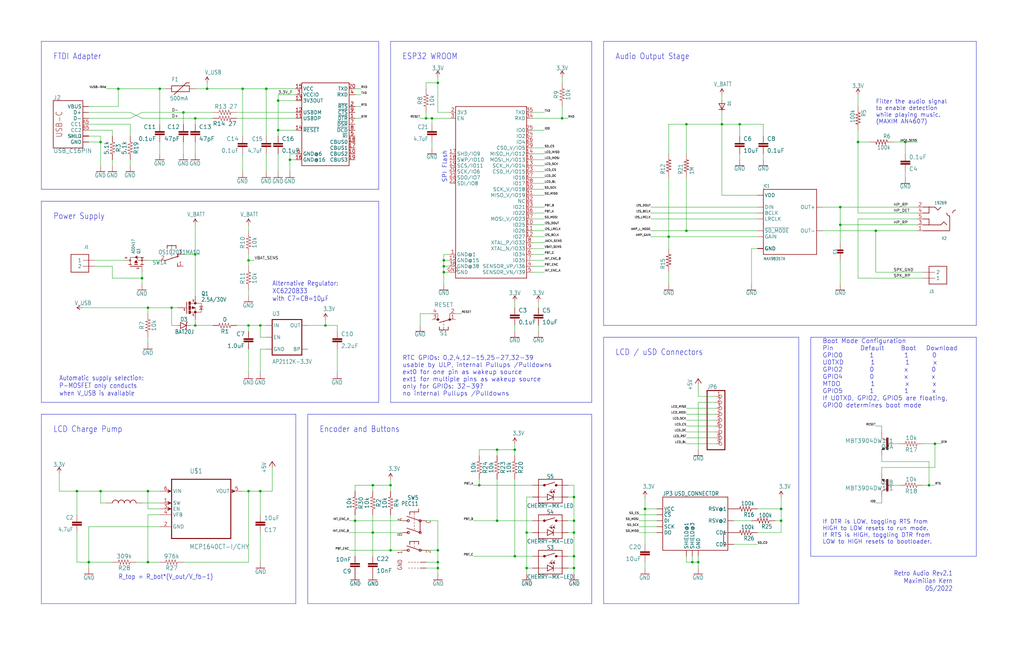
<source format=kicad_sch>
(kicad_sch (version 20250114) (generator "eeschema") (generator_version "9.0")
  (paper "User" 439.572 279.552)
  (text "Alternative Regulator:\nXC6220B33\nwith C7=C8=10µF" (at 116.84 129.54 0) (effects (font (size 2.032 1.7272)) (justify left bottom)))
  (text "R_top = R_bot*(V_out/V_fb-1)" (at 50.8 248.92 0) (effects (font (size 2.032 1.7272)) (justify left bottom)))
  (text "Encoder and Buttons" (at 137.16 182.88 0) (effects (font (size 2.54 2.159)) (justify left top)))
  (text "LCD Charge Pump" (at 22.86 182.88 0) (effects (font (size 2.54 2.159)) (justify left top)))
  (text "ESP32 WROOM" (at 172.72 22.86 0) (effects (font (size 2.54 2.159)) (justify left top)))
  (text "LCD / uSD Connectors" (at 264.16 149.86 0) (effects (font (size 2.54 2.159)) (justify left top)))
  (text "Boot Mode Configuration\nPin        Default     Boot   Download\nGPIO0        1         1       0\nU0TXD        1         1       x\nGPIO2        0         x       0\nGPIO4        0         x       x\nMTDO         1         x       x\nGPIO5        1         1       x\nIf U0TXD, GPIO2, GPIO5 are floating,\nGPIO0 determines boot mode" (at 353.06 175.26 0) (effects (font (size 1.905 1.905)) (justify left bottom)))
  (text "RTC GPIOs: 0,2,4,12-15,25-27,32-39\nusable by ULP, internal Pullups /Pulldowns\next0 for one pin as wakeup source\next1 for multiple pins as wakeup source\nonly for GPIOs: 32-39?\nno internal Pullups /Pulldowns" (at 172.72 170.18 0) (effects (font (size 1.905 1.905)) (justify left bottom)))
  (text "Audio Output Stage" (at 264.16 22.86 0) (effects (font (size 2.54 2.159)) (justify left top)))
  (text "SPI Flash" (at 192.024 78.486 90) (effects (font (size 1.905 1.905)) (justify left bottom)))
  (text "If DTR is LOW, toggling RTS from\nHIGH to LOW resets to run mode.\nIf RTS is HIGH, toggling DTR from\nLOW to HIGH resets to bootloader." (at 353.06 233.68 0) (effects (font (size 1.778 1.778)) (justify left bottom)))
  (text "Power Supply" (at 22.86 91.44 0) (effects (font (size 2.54 2.159)) (justify left top)))
  (text "Filter the audio signal\nto enable detection\nwhile playing music.\n(MAXIM AN4607)" (at 375.92 53.34 0) (effects (font (size 1.778 1.778)) (justify left bottom)))
  (text "FTDI Adapter" (at 22.86 22.86 0) (effects (font (size 2.54 2.159)) (justify left top)))
  (text "Retro Audio Rev2.1\nMaximilian Kern\n05/2022" (at 408.94 254 0) (effects (font (size 2.032 1.7272)) (justify right bottom)))
  (text "Automatic supply selection:\nP-MOSFET only conducts\nwhen V_USB is available" (at 25.4 170.18 0) (effects (font (size 2.032 1.7272)) (justify left bottom)))
  (junction (at 213.36 193.04))
  (junction (at 83.82 139.7))
  (junction (at 38.1 241.3))
  (junction (at 119.38 55.88))
  (junction (at 368.3 60.96))
  (junction (at 246.38 223.52))
  (junction (at 63.5 210.82))
  (junction (at 360.68 96.52))
  (junction (at 226.06 243.84))
  (junction (at 246.38 243.84))
  (junction (at 241.3 50.8))
  (junction (at 114.3 38.1))
  (junction (at 335.28 223.52))
  (junction (at 187.96 236.22))
  (junction (at 88.9 38.1))
  (junction (at 190.5 116.84))
  (junction (at 78.74 48.26))
  (junction (at 294.64 99.06))
  (junction (at 106.68 210.82))
  (junction (at 182.88 50.8))
  (junction (at 167.64 208.28))
  (junction (at 160.02 228.6))
  (junction (at 33.02 210.82))
  (junction (at 167.64 236.22))
  (junction (at 119.38 43.18))
  (junction (at 63.5 132.08))
  (junction (at 246.38 213.36))
  (junction (at 43.18 60.96))
  (junction (at 335.28 218.44))
  (junction (at 309.88 53.34))
  (junction (at 111.76 139.7))
  (junction (at 398.78 208.28))
  (junction (at 187.96 243.84))
  (junction (at 375.92 99.06))
  (junction (at 190.5 111.76))
  (junction (at 111.76 210.82))
  (junction (at 104.14 38.1))
  (junction (at 276.86 218.44))
  (junction (at 124.46 68.58))
  (junction (at 83.82 109.22))
  (junction (at 294.64 53.34))
  (junction (at 388.62 60.96))
  (junction (at 220.98 238.76))
  (junction (at 139.7 139.7))
  (junction (at 213.36 223.52))
  (junction (at 226.06 228.6))
  (junction (at 73.66 132.08))
  (junction (at 185.42 50.8))
  (junction (at 152.4 223.52))
  (junction (at 401.32 190.5))
  (junction (at 68.58 38.1))
  (junction (at 187.96 241.3))
  (junction (at 297.18 241.3))
  (junction (at 190.5 114.3))
  (junction (at 205.74 208.28))
  (junction (at 83.82 50.8))
  (junction (at 299.72 241.3))
  (junction (at 50.8 38.1))
  (junction (at 63.5 241.3))
  (junction (at 246.38 228.6))
  (junction (at 43.18 210.82))
  (junction (at 60.96 119.38))
  (junction (at 360.68 88.9))
  (junction (at 317.5 53.34))
  (junction (at 106.68 111.76))
  (junction (at 220.98 193.04))
  (junction (at 160.02 208.28))
  (junction (at 187.96 35.56))
  (junction (at 287.02 101.6))
  (junction (at 246.38 238.76))
  (junction (at 106.68 139.7))
  (wire (pts (xy 373.38 60.96) (xy 368.3 60.96)) (stroke (width 0.1524)))
  (wire (pts (xy 325.12 91.44) (xy 279.4 91.44)) (stroke (width 0.1524)))
  (wire (pts (xy 294.64 180.34) (xy 307.34 180.34)) (stroke (width 0.1524)))
  (wire (pts (xy 68.58 66.04) (xy 68.58 60.96)) (stroke (width 0.1524)))
  (wire (pts (xy 281.94 220.98) (xy 274.32 220.98)) (stroke (width 0.1524)))
  (wire (pts (xy 180.34 139.7) (xy 180.34 134.62)) (stroke (width 0.1524)))
  (wire (pts (xy 368.3 93.98) (xy 393.7 93.98)) (stroke (width 0.1524)))
  (wire (pts (xy 43.18 58.42) (xy 38.1 58.42)) (stroke (width 0.1524)))
  (wire (pts (xy 76.2 132.08) (xy 73.66 132.08)) (stroke (width 0.1524)))
  (wire (pts (xy 106.68 99.06) (xy 106.68 96.52)) (stroke (width 0.1524)))
  (wire (pts (xy 50.8 38.1) (xy 68.58 38.1)) (stroke (width 0.1524)))
  (wire (pts (xy 220.98 193.04) (xy 220.98 190.5)) (stroke (width 0.1524)))
  (wire (pts (xy 190.5 111.76) (xy 193.04 111.76)) (stroke (width 0.1524)))
  (wire (pts (xy 152.4 38.1) (xy 154.94 38.1)) (stroke (width 0.1524)))
  (wire (pts (xy 228.6 238.76) (xy 220.98 238.76)) (stroke (width 0.1524)))
  (wire (pts (xy 325.12 228.6) (xy 335.28 228.6)) (stroke (width 0.1524)))
  (wire (pts (xy 243.84 208.28) (xy 246.38 208.28)) (stroke (width 0.1524)))
  (wire (pts (xy 398.78 208.28) (xy 398.78 198.12)) (stroke (width 0.1524)))
  (polyline (pts (xy 419.1 139.7) (xy 419.1 17.78)) (stroke (width 0.1524) (type solid)))
  (wire (pts (xy 228.6 223.52) (xy 213.36 223.52)) (stroke (width 0.1524)))
  (polyline (pts (xy 342.9 259.08) (xy 259.08 259.08)) (stroke (width 0.1524) (type solid)))
  (wire (pts (xy 226.06 243.84) (xy 226.06 246.38)) (stroke (width 0.1524)))
  (wire (pts (xy 160.02 210.82) (xy 160.02 208.28)) (stroke (width 0.1524)))
  (wire (pts (xy 119.38 73.66) (xy 119.38 66.04)) (stroke (width 0.1524)))
  (wire (pts (xy 144.78 139.7) (xy 144.78 142.24)) (stroke (width 0.1524)))
  (wire (pts (xy 378.46 203.2) (xy 378.46 200.66)) (stroke (width 0.1524)))
  (wire (pts (xy 180.34 134.62) (xy 185.42 134.62)) (stroke (width 0.1524)))
  (wire (pts (xy 119.38 58.42) (xy 119.38 55.88)) (stroke (width 0.1524)))
  (wire (pts (xy 152.4 208.28) (xy 152.4 210.82)) (stroke (width 0.1524)))
  (wire (pts (xy 398.78 198.12) (xy 378.46 198.12)) (stroke (width 0.1524)))
  (wire (pts (xy 35.56 132.08) (xy 63.5 132.08)) (stroke (width 0.1524)))
  (wire (pts (xy 38.1 55.88) (xy 48.26 55.88)) (stroke (width 0.1524)))
  (polyline (pts (xy 347.98 238.76) (xy 347.98 144.78)) (stroke (width 0.1524) (type solid)))
  (wire (pts (xy 152.4 223.52) (xy 149.86 223.52)) (stroke (width 0.1524)))
  (wire (pts (xy 294.64 53.34) (xy 309.88 53.34)) (stroke (width 0.1524)))
  (wire (pts (xy 294.64 76.2) (xy 294.64 99.06)) (stroke (width 0.1524)))
  (wire (pts (xy 233.68 111.76) (xy 228.6 111.76)) (stroke (width 0.1524)))
  (wire (pts (xy 38.1 48.26) (xy 55.88 48.26)) (stroke (width 0.1524)))
  (wire (pts (xy 378.46 200.66) (xy 401.32 200.66)) (stroke (width 0.1524)))
  (wire (pts (xy 106.68 210.82) (xy 111.76 210.82)) (stroke (width 0.1524)))
  (wire (pts (xy 228.6 83.82) (xy 233.68 83.82)) (stroke (width 0.1524)))
  (wire (pts (xy 335.28 218.44) (xy 335.28 213.36)) (stroke (width 0.1524)))
  (wire (pts (xy 114.3 144.78) (xy 111.76 144.78)) (stroke (width 0.1524)))
  (wire (pts (xy 317.5 68.58) (xy 317.5 66.04)) (stroke (width 0.1524)))
  (wire (pts (xy 185.42 53.34) (xy 185.42 50.8)) (stroke (width 0.1524)))
  (wire (pts (xy 226.06 213.36) (xy 226.06 228.6)) (stroke (width 0.1524)))
  (wire (pts (xy 287.02 101.6) (xy 279.4 101.6)) (stroke (width 0.1524)))
  (polyline (pts (xy 17.78 86.36) (xy 162.56 86.36)) (stroke (width 0.1524) (type solid)))
  (wire (pts (xy 299.72 241.3) (xy 299.72 243.84)) (stroke (width 0.1524)))
  (wire (pts (xy 68.58 53.34) (xy 68.58 38.1)) (stroke (width 0.1524)))
  (wire (pts (xy 294.64 66.04) (xy 294.64 53.34)) (stroke (width 0.1524)))
  (wire (pts (xy 38.1 241.3) (xy 38.1 243.84)) (stroke (width 0.1524)))
  (polyline (pts (xy 342.9 144.78) (xy 342.9 259.08)) (stroke (width 0.1524) (type solid)))
  (wire (pts (xy 73.66 132.08) (xy 73.66 139.7)) (stroke (width 0.1524)))
  (wire (pts (xy 63.5 241.3) (xy 68.58 241.3)) (stroke (width 0.1524)))
  (polyline (pts (xy 254 259.08) (xy 254 177.8)) (stroke (width 0.1524) (type solid)))
  (wire (pts (xy 360.68 88.9) (xy 393.7 88.9)) (stroke (width 0.1524)))
  (wire (pts (xy 193.04 114.3) (xy 190.5 114.3)) (stroke (width 0.1524)))
  (wire (pts (xy 119.38 43.18) (xy 119.38 40.64)) (stroke (width 0.1524)))
  (polyline (pts (xy 132.08 259.08) (xy 132.08 177.8)) (stroke (width 0.1524) (type solid)))
  (wire (pts (xy 160.02 220.98) (xy 160.02 228.6)) (stroke (width 0.1524)))
  (wire (pts (xy 172.72 223.52) (xy 152.4 223.52)) (stroke (width 0.1524)))
  (wire (pts (xy 182.88 50.8) (xy 180.34 50.8)) (stroke (width 0.1524)))
  (wire (pts (xy 322.58 223.52) (xy 314.96 223.52)) (stroke (width 0.1524)))
  (wire (pts (xy 231.14 142.24) (xy 231.14 139.7)) (stroke (width 0.1524)))
  (wire (pts (xy 40.64 114.3) (xy 48.26 114.3)) (stroke (width 0.1524)))
  (wire (pts (xy 205.74 193.04) (xy 213.36 193.04)) (stroke (width 0.1524)))
  (wire (pts (xy 307.34 187.96) (xy 294.64 187.96)) (stroke (width 0.1524)))
  (wire (pts (xy 228.6 76.2) (xy 233.68 76.2)) (stroke (width 0.1524)))
  (wire (pts (xy 119.38 55.88) (xy 127 55.88)) (stroke (width 0.1524)))
  (wire (pts (xy 48.26 114.3) (xy 48.26 119.38)) (stroke (width 0.1524)))
  (wire (pts (xy 144.78 160.02) (xy 144.78 149.86)) (stroke (width 0.1524)))
  (wire (pts (xy 152.4 45.72) (xy 154.94 45.72)) (stroke (width 0.1524)))
  (wire (pts (xy 78.74 48.26) (xy 78.74 53.34)) (stroke (width 0.1524)))
  (wire (pts (xy 63.5 218.44) (xy 63.5 210.82)) (stroke (width 0.1524)))
  (wire (pts (xy 167.64 236.22) (xy 149.86 236.22)) (stroke (width 0.1524)))
  (wire (pts (xy 276.86 218.44) (xy 276.86 233.68)) (stroke (width 0.1524)))
  (polyline (pts (xy 167.64 17.78) (xy 254 17.78)) (stroke (width 0.1524) (type solid)))
  (wire (pts (xy 33.02 210.82) (xy 25.4 210.82)) (stroke (width 0.1524)))
  (wire (pts (xy 182.88 241.3) (xy 187.96 241.3)) (stroke (width 0.1524)))
  (wire (pts (xy 40.64 111.76) (xy 53.34 111.76)) (stroke (width 0.1524)))
  (wire (pts (xy 228.6 106.68) (xy 233.68 106.68)) (stroke (width 0.1524)))
  (wire (pts (xy 281.94 226.06) (xy 274.32 226.06)) (stroke (width 0.1524)))
  (wire (pts (xy 307.34 182.88) (xy 294.64 182.88)) (stroke (width 0.1524)))
  (wire (pts (xy 43.18 210.82) (xy 33.02 210.82)) (stroke (width 0.1524)))
  (wire (pts (xy 297.18 238.76) (xy 297.18 241.3)) (stroke (width 0.1524)))
  (wire (pts (xy 228.6 114.3) (xy 233.68 114.3)) (stroke (width 0.1524)))
  (wire (pts (xy 325.12 99.06) (xy 294.64 99.06)) (stroke (width 0.1524)))
  (wire (pts (xy 116.84 210.82) (xy 116.84 200.66)) (stroke (width 0.1524)))
  (wire (pts (xy 228.6 63.5) (xy 233.68 63.5)) (stroke (width 0.1524)))
  (wire (pts (xy 91.44 48.26) (xy 78.74 48.26)) (stroke (width 0.1524)))
  (wire (pts (xy 43.18 60.96) (xy 43.18 71.12)) (stroke (width 0.1524)))
  (wire (pts (xy 73.66 139.7) (xy 76.2 139.7)) (stroke (width 0.1524)))
  (wire (pts (xy 386.08 208.28) (xy 383.54 208.28)) (stroke (width 0.1524)))
  (polyline (pts (xy 162.56 172.72) (xy 162.56 86.36)) (stroke (width 0.1524) (type solid)))
  (wire (pts (xy 228.6 101.6) (xy 233.68 101.6)) (stroke (width 0.1524)))
  (wire (pts (xy 182.88 243.84) (xy 187.96 243.84)) (stroke (width 0.1524)))
  (wire (pts (xy 127 48.26) (xy 101.6 48.26)) (stroke (width 0.1524)))
  (wire (pts (xy 63.5 241.3) (xy 58.42 241.3)) (stroke (width 0.1524)))
  (wire (pts (xy 228.6 55.88) (xy 233.68 55.88)) (stroke (width 0.1524)))
  (wire (pts (xy 83.82 139.7) (xy 91.44 139.7)) (stroke (width 0.1524)))
  (wire (pts (xy 111.76 220.98) (xy 111.76 210.82)) (stroke (width 0.1524)))
  (wire (pts (xy 185.42 50.8) (xy 182.88 50.8)) (stroke (width 0.1524)))
  (wire (pts (xy 187.96 241.3) (xy 187.96 243.84)) (stroke (width 0.1524)))
  (wire (pts (xy 63.5 220.98) (xy 68.58 220.98)) (stroke (width 0.1524)))
  (wire (pts (xy 60.96 119.38) (xy 60.96 121.92)) (stroke (width 0.1524)))
  (wire (pts (xy 190.5 114.3) (xy 190.5 116.84)) (stroke (width 0.1524)))
  (wire (pts (xy 81.28 139.7) (xy 83.82 139.7)) (stroke (width 0.1524)))
  (wire (pts (xy 182.88 50.8) (xy 182.88 48.26)) (stroke (width 0.1524)))
  (wire (pts (xy 205.74 208.28) (xy 203.2 208.28)) (stroke (width 0.1524)))
  (wire (pts (xy 187.96 223.52) (xy 187.96 236.22)) (stroke (width 0.1524)))
  (wire (pts (xy 38.1 50.8) (xy 55.88 50.8)) (stroke (width 0.1524)))
  (wire (pts (xy 55.88 48.26) (xy 60.96 50.8)) (stroke (width 0.1524)))
  (wire (pts (xy 287.02 53.34) (xy 287.02 66.04)) (stroke (width 0.1524)))
  (wire (pts (xy 375.92 99.06) (xy 393.7 99.06)) (stroke (width 0.1524)))
  (wire (pts (xy 111.76 210.82) (xy 116.84 210.82)) (stroke (width 0.1524)))
  (polyline (pts (xy 17.78 81.28) (xy 162.56 81.28)) (stroke (width 0.1524) (type solid)))
  (wire (pts (xy 50.8 38.1) (xy 45.72 38.1)) (stroke (width 0.1524)))
  (wire (pts (xy 401.32 190.5) (xy 403.86 190.5)) (stroke (width 0.1524)))
  (wire (pts (xy 60.96 119.38) (xy 48.26 119.38)) (stroke (width 0.1524)))
  (wire (pts (xy 228.6 96.52) (xy 233.68 96.52)) (stroke (width 0.1524)))
  (wire (pts (xy 322.58 106.68) (xy 322.58 121.92)) (stroke (width 0.1524)))
  (wire (pts (xy 388.62 76.2) (xy 388.62 73.66)) (stroke (width 0.1524)))
  (wire (pts (xy 60.96 116.84) (xy 60.96 119.38)) (stroke (width 0.1524)))
  (wire (pts (xy 243.84 243.84) (xy 246.38 243.84)) (stroke (width 0.1524)))
  (wire (pts (xy 228.6 104.14) (xy 233.68 104.14)) (stroke (width 0.1524)))
  (wire (pts (xy 353.06 99.06) (xy 375.92 99.06)) (stroke (width 0.1524)))
  (wire (pts (xy 294.64 238.76) (xy 294.64 241.3)) (stroke (width 0.1524)))
  (wire (pts (xy 327.66 53.34) (xy 327.66 58.42)) (stroke (width 0.1524)))
  (wire (pts (xy 124.46 66.04) (xy 124.46 68.58)) (stroke (width 0.1524)))
  (wire (pts (xy 114.3 58.42) (xy 114.3 38.1)) (stroke (width 0.1524)))
  (wire (pts (xy 187.96 243.84) (xy 187.96 246.38)) (stroke (width 0.1524)))
  (wire (pts (xy 104.14 73.66) (xy 104.14 66.04)) (stroke (width 0.1524)))
  (polyline (pts (xy 132.08 177.8) (xy 254 177.8)) (stroke (width 0.1524) (type solid)))
  (wire (pts (xy 335.28 228.6) (xy 335.28 223.52)) (stroke (width 0.1524)))
  (wire (pts (xy 360.68 111.76) (xy 360.68 121.92)) (stroke (width 0.1524)))
  (wire (pts (xy 213.36 193.04) (xy 220.98 193.04)) (stroke (width 0.1524)))
  (wire (pts (xy 228.6 99.06) (xy 233.68 99.06)) (stroke (width 0.1524)))
  (wire (pts (xy 281.94 218.44) (xy 276.86 218.44)) (stroke (width 0.1524)))
  (wire (pts (xy 127 68.58) (xy 124.46 68.58)) (stroke (width 0.1524)))
  (wire (pts (xy 106.68 241.3) (xy 106.68 210.82)) (stroke (width 0.1524)))
  (wire (pts (xy 127 50.8) (xy 101.6 50.8)) (stroke (width 0.1524)))
  (wire (pts (xy 228.6 68.58) (xy 233.68 68.58)) (stroke (width 0.1524)))
  (wire (pts (xy 231.14 129.54) (xy 231.14 132.08)) (stroke (width 0.1524)))
  (wire (pts (xy 228.6 73.66) (xy 233.68 73.66)) (stroke (width 0.1524)))
  (wire (pts (xy 106.68 109.22) (xy 106.68 111.76)) (stroke (width 0.1524)))
  (wire (pts (xy 368.3 119.38) (xy 368.3 93.98)) (stroke (width 0.1524)))
  (wire (pts (xy 378.46 185.42) (xy 378.46 182.88)) (stroke (width 0.1524)))
  (wire (pts (xy 378.46 215.9) (xy 375.92 215.9)) (stroke (width 0.1524)))
  (wire (pts (xy 190.5 109.22) (xy 190.5 111.76)) (stroke (width 0.1524)))
  (wire (pts (xy 325.12 101.6) (xy 287.02 101.6)) (stroke (width 0.1524)))
  (polyline (pts (xy 347.98 144.78) (xy 419.1 144.78)) (stroke (width 0.1524) (type solid)))
  (polyline (pts (xy 259.08 17.78) (xy 419.1 17.78)) (stroke (width 0.1524) (type solid)))
  (wire (pts (xy 220.98 129.54) (xy 220.98 132.08)) (stroke (width 0.1524)))
  (wire (pts (xy 106.68 111.76) (xy 109.22 111.76)) (stroke (width 0.1524)))
  (wire (pts (xy 228.6 93.98) (xy 233.68 93.98)) (stroke (width 0.1524)))
  (wire (pts (xy 307.34 170.18) (xy 299.72 170.18)) (stroke (width 0.1524)))
  (wire (pts (xy 106.68 149.86) (xy 106.68 160.02)) (stroke (width 0.1524)))
  (wire (pts (xy 228.6 208.28) (xy 205.74 208.28)) (stroke (width 0.1524)))
  (wire (pts (xy 299.72 172.72) (xy 299.72 193.04)) (stroke (width 0.1524)))
  (wire (pts (xy 299.72 170.18) (xy 299.72 165.1)) (stroke (width 0.1524)))
  (wire (pts (xy 187.96 236.22) (xy 187.96 241.3)) (stroke (width 0.1524)))
  (wire (pts (xy 50.8 45.72) (xy 50.8 38.1)) (stroke (width 0.1524)))
  (wire (pts (xy 88.9 38.1) (xy 88.9 35.56)) (stroke (width 0.1524)))
  (wire (pts (xy 360.68 96.52) (xy 393.7 96.52)) (stroke (width 0.1524)))
  (wire (pts (xy 243.84 228.6) (xy 246.38 228.6)) (stroke (width 0.1524)))
  (wire (pts (xy 228.6 48.26) (xy 233.68 48.26)) (stroke (width 0.1524)))
  (wire (pts (xy 307.34 177.8) (xy 294.64 177.8)) (stroke (width 0.1524)))
  (wire (pts (xy 388.62 60.96) (xy 383.54 60.96)) (stroke (width 0.1524)))
  (wire (pts (xy 213.36 223.52) (xy 203.2 223.52)) (stroke (width 0.1524)))
  (wire (pts (xy 396.24 190.5) (xy 401.32 190.5)) (stroke (width 0.1524)))
  (wire (pts (xy 220.98 238.76) (xy 203.2 238.76)) (stroke (width 0.1524)))
  (wire (pts (xy 287.02 116.84) (xy 287.02 121.92)) (stroke (width 0.1524)))
  (wire (pts (xy 317.5 53.34) (xy 327.66 53.34)) (stroke (width 0.1524)))
  (wire (pts (xy 228.6 66.04) (xy 233.68 66.04)) (stroke (width 0.1524)))
  (wire (pts (xy 106.68 127) (xy 106.68 124.46)) (stroke (width 0.1524)))
  (wire (pts (xy 132.08 139.7) (xy 139.7 139.7)) (stroke (width 0.1524)))
  (polyline (pts (xy 419.1 238.76) (xy 347.98 238.76)) (stroke (width 0.1524) (type solid)))
  (wire (pts (xy 101.6 139.7) (xy 106.68 139.7)) (stroke (width 0.1524)))
  (polyline (pts (xy 254 172.72) (xy 254 17.78)) (stroke (width 0.1524) (type solid)))
  (wire (pts (xy 190.5 116.84) (xy 190.5 121.92)) (stroke (width 0.1524)))
  (wire (pts (xy 83.82 109.22) (xy 83.82 127)) (stroke (width 0.1524)))
  (polyline (pts (xy 419.1 238.76) (xy 419.1 144.78)) (stroke (width 0.1524) (type solid)))
  (wire (pts (xy 55.88 53.34) (xy 55.88 58.42)) (stroke (width 0.1524)))
  (wire (pts (xy 220.98 193.04) (xy 220.98 195.58)) (stroke (width 0.1524)))
  (wire (pts (xy 160.02 208.28) (xy 167.64 208.28)) (stroke (width 0.1524)))
  (wire (pts (xy 193.04 109.22) (xy 190.5 109.22)) (stroke (width 0.1524)))
  (wire (pts (xy 167.64 208.28) (xy 167.64 205.74)) (stroke (width 0.1524)))
  (wire (pts (xy 398.78 208.28) (xy 401.32 208.28)) (stroke (width 0.1524)))
  (wire (pts (xy 104.14 38.1) (xy 114.3 38.1)) (stroke (width 0.1524)))
  (wire (pts (xy 396.24 119.38) (xy 368.3 119.38)) (stroke (width 0.1524)))
  (wire (pts (xy 241.3 45.72) (xy 241.3 50.8)) (stroke (width 0.1524)))
  (polyline (pts (xy 17.78 259.08) (xy 17.78 177.8)) (stroke (width 0.1524) (type solid)))
  (wire (pts (xy 246.38 243.84) (xy 246.38 246.38)) (stroke (width 0.1524)))
  (wire (pts (xy 152.4 238.76) (xy 152.4 223.52)) (stroke (width 0.1524)))
  (wire (pts (xy 317.5 53.34) (xy 317.5 58.42)) (stroke (width 0.1524)))
  (wire (pts (xy 307.34 175.26) (xy 294.64 175.26)) (stroke (width 0.1524)))
  (wire (pts (xy 276.86 218.44) (xy 276.86 213.36)) (stroke (width 0.1524)))
  (polyline (pts (xy 17.78 177.8) (xy 127 177.8)) (stroke (width 0.1524) (type solid)))
  (wire (pts (xy 228.6 109.22) (xy 233.68 109.22)) (stroke (width 0.1524)))
  (wire (pts (xy 190.5 111.76) (xy 190.5 114.3)) (stroke (width 0.1524)))
  (polyline (pts (xy 17.78 172.72) (xy 162.56 172.72)) (stroke (width 0.1524) (type solid)))
  (wire (pts (xy 396.24 208.28) (xy 398.78 208.28)) (stroke (width 0.1524)))
  (wire (pts (xy 114.3 73.66) (xy 114.3 66.04)) (stroke (width 0.1524)))
  (wire (pts (xy 152.4 220.98) (xy 152.4 223.52)) (stroke (width 0.1524)))
  (wire (pts (xy 83.82 38.1) (xy 88.9 38.1)) (stroke (width 0.1524)))
  (wire (pts (xy 228.6 50.8) (xy 241.3 50.8)) (stroke (width 0.1524)))
  (wire (pts (xy 228.6 228.6) (xy 226.06 228.6)) (stroke (width 0.1524)))
  (wire (pts (xy 307.34 172.72) (xy 299.72 172.72)) (stroke (width 0.1524)))
  (wire (pts (xy 281.94 223.52) (xy 274.32 223.52)) (stroke (width 0.1524)))
  (wire (pts (xy 205.74 205.74) (xy 205.74 208.28)) (stroke (width 0.1524)))
  (wire (pts (xy 160.02 238.76) (xy 160.02 228.6)) (stroke (width 0.1524)))
  (wire (pts (xy 139.7 139.7) (xy 139.7 137.16)) (stroke (width 0.1524)))
  (polyline (pts (xy 162.56 81.28) (xy 162.56 17.78)) (stroke (width 0.1524) (type solid)))
  (wire (pts (xy 104.14 210.82) (xy 106.68 210.82)) (stroke (width 0.1524)))
  (wire (pts (xy 314.96 233.68) (xy 325.12 233.68)) (stroke (width 0.1524)))
  (wire (pts (xy 368.3 91.44) (xy 368.3 60.96)) (stroke (width 0.1524)))
  (wire (pts (xy 68.58 215.9) (xy 60.96 215.9)) (stroke (width 0.1524)))
  (wire (pts (xy 309.88 53.34) (xy 309.88 48.26)) (stroke (width 0.1524)))
  (wire (pts (xy 83.82 109.22) (xy 83.82 96.52)) (stroke (width 0.1524)))
  (wire (pts (xy 68.58 38.1) (xy 71.12 38.1)) (stroke (width 0.1524)))
  (wire (pts (xy 299.72 241.3) (xy 297.18 241.3)) (stroke (width 0.1524)))
  (wire (pts (xy 241.3 50.8) (xy 243.84 50.8)) (stroke (width 0.1524)))
  (wire (pts (xy 111.76 149.86) (xy 111.76 160.02)) (stroke (width 0.1524)))
  (wire (pts (xy 297.18 241.3) (xy 294.64 241.3)) (stroke (width 0.1524)))
  (wire (pts (xy 246.38 238.76) (xy 246.38 243.84)) (stroke (width 0.1524)))
  (wire (pts (xy 378.46 198.12) (xy 378.46 195.58)) (stroke (width 0.1524)))
  (wire (pts (xy 119.38 40.64) (xy 127 40.64)) (stroke (width 0.1524)))
  (wire (pts (xy 48.26 241.3) (xy 38.1 241.3)) (stroke (width 0.1524)))
  (wire (pts (xy 63.5 111.76) (xy 68.58 111.76)) (stroke (width 0.1524)))
  (wire (pts (xy 388.62 60.96) (xy 388.62 66.04)) (stroke (width 0.1524)))
  (wire (pts (xy 182.88 38.1) (xy 182.88 35.56)) (stroke (width 0.1524)))
  (wire (pts (xy 127 66.04) (xy 124.46 66.04)) (stroke (width 0.1524)))
  (wire (pts (xy 83.82 50.8) (xy 60.96 50.8)) (stroke (width 0.1524)))
  (wire (pts (xy 246.38 223.52) (xy 246.38 228.6)) (stroke (width 0.1524)))
  (wire (pts (xy 106.68 139.7) (xy 106.68 142.24)) (stroke (width 0.1524)))
  (wire (pts (xy 104.14 58.42) (xy 104.14 38.1)) (stroke (width 0.1524)))
  (wire (pts (xy 228.6 116.84) (xy 233.68 116.84)) (stroke (width 0.1524)))
  (wire (pts (xy 309.88 83.82) (xy 309.88 53.34)) (stroke (width 0.1524)))
  (wire (pts (xy 220.98 142.24) (xy 220.98 139.7)) (stroke (width 0.1524)))
  (wire (pts (xy 226.06 228.6) (xy 226.06 243.84)) (stroke (width 0.1524)))
  (wire (pts (xy 325.12 83.82) (xy 309.88 83.82)) (stroke (width 0.1524)))
  (polyline (pts (xy 17.78 259.08) (xy 127 259.08)) (stroke (width 0.1524) (type solid)))
  (wire (pts (xy 38.1 60.96) (xy 43.18 60.96)) (stroke (width 0.1524)))
  (polyline (pts (xy 17.78 172.72) (xy 17.78 86.36)) (stroke (width 0.1524) (type solid)))
  (polyline (pts (xy 17.78 17.78) (xy 162.56 17.78)) (stroke (width 0.1524) (type solid)))
  (wire (pts (xy 63.5 134.62) (xy 63.5 132.08)) (stroke (width 0.1524)))
  (wire (pts (xy 48.26 55.88) (xy 48.26 58.42)) (stroke (width 0.1524)))
  (polyline (pts (xy 17.78 81.28) (xy 17.78 17.78)) (stroke (width 0.1524) (type solid)))
  (wire (pts (xy 124.46 68.58) (xy 124.46 73.66)) (stroke (width 0.1524)))
  (wire (pts (xy 83.82 66.04) (xy 83.82 60.96)) (stroke (width 0.1524)))
  (wire (pts (xy 160.02 208.28) (xy 152.4 208.28)) (stroke (width 0.1524)))
  (wire (pts (xy 396.24 116.84) (xy 375.92 116.84)) (stroke (width 0.1524)))
  (wire (pts (xy 299.72 238.76) (xy 299.72 241.3)) (stroke (width 0.1524)))
  (wire (pts (xy 167.64 208.28) (xy 167.64 210.82)) (stroke (width 0.1524)))
  (polyline (pts (xy 132.08 259.08) (xy 254 259.08)) (stroke (width 0.1524) (type solid)))
  (wire (pts (xy 83.82 50.8) (xy 83.82 53.34)) (stroke (width 0.1524)))
  (wire (pts (xy 33.02 241.3) (xy 33.02 228.6)) (stroke (width 0.1524)))
  (wire (pts (xy 287.02 101.6) (xy 287.02 76.2)) (stroke (width 0.1524)))
  (wire (pts (xy 220.98 205.74) (xy 220.98 238.76)) (stroke (width 0.1524)))
  (wire (pts (xy 185.42 63.5) (xy 185.42 60.96)) (stroke (width 0.1524)))
  (wire (pts (xy 243.84 238.76) (xy 246.38 238.76)) (stroke (width 0.1524)))
  (wire (pts (xy 78.74 241.3) (xy 106.68 241.3)) (stroke (width 0.1524)))
  (wire (pts (xy 246.38 228.6) (xy 246.38 238.76)) (stroke (width 0.1524)))
  (wire (pts (xy 55.88 71.12) (xy 55.88 68.58)) (stroke (width 0.1524)))
  (wire (pts (xy 198.12 134.62) (xy 195.58 134.62)) (stroke (width 0.1524)))
  (wire (pts (xy 378.46 215.9) (xy 378.46 213.36)) (stroke (width 0.1524)))
  (wire (pts (xy 213.36 205.74) (xy 213.36 223.52)) (stroke (width 0.1524)))
  (wire (pts (xy 325.12 93.98) (xy 279.4 93.98)) (stroke (width 0.1524)))
  (wire (pts (xy 43.18 215.9) (xy 43.18 210.82)) (stroke (width 0.1524)))
  (wire (pts (xy 205.74 195.58) (xy 205.74 193.04)) (stroke (width 0.1524)))
  (wire (pts (xy 325.12 106.68) (xy 322.58 106.68)) (stroke (width 0.1524)))
  (wire (pts (xy 243.84 213.36) (xy 246.38 213.36)) (stroke (width 0.1524)))
  (wire (pts (xy 119.38 43.18) (xy 127 43.18)) (stroke (width 0.1524)))
  (wire (pts (xy 386.08 190.5) (xy 383.54 190.5)) (stroke (width 0.1524)))
  (wire (pts (xy 114.3 139.7) (xy 111.76 139.7)) (stroke (width 0.1524)))
  (wire (pts (xy 91.44 50.8) (xy 83.82 50.8)) (stroke (width 0.1524)))
  (wire (pts (xy 187.96 35.56) (xy 187.96 33.02)) (stroke (width 0.1524)))
  (wire (pts (xy 114.3 38.1) (xy 127 38.1)) (stroke (width 0.1524)))
  (wire (pts (xy 38.1 241.3) (xy 33.02 241.3)) (stroke (width 0.1524)))
  (wire (pts (xy 111.76 144.78) (xy 111.76 139.7)) (stroke (width 0.1524)))
  (wire (pts (xy 332.74 223.52) (xy 335.28 223.52)) (stroke (width 0.1524)))
  (wire (pts (xy 287.02 106.68) (xy 287.02 101.6)) (stroke (width 0.1524)))
  (wire (pts (xy 63.5 220.98) (xy 63.5 241.3)) (stroke (width 0.1524)))
  (wire (pts (xy 213.36 193.04) (xy 213.36 195.58)) (stroke (width 0.1524)))
  (wire (pts (xy 375.92 116.84) (xy 375.92 99.06)) (stroke (width 0.1524)))
  (wire (pts (xy 55.88 50.8) (xy 60.96 48.26)) (stroke (width 0.1524)))
  (wire (pts (xy 88.9 38.1) (xy 104.14 38.1)) (stroke (width 0.1524)))
  (wire (pts (xy 325.12 88.9) (xy 279.4 88.9)) (stroke (width 0.1524)))
  (wire (pts (xy 233.68 88.9) (xy 228.6 88.9)) (stroke (width 0.1524)))
  (wire (pts (xy 325.12 218.44) (xy 335.28 218.44)) (stroke (width 0.1524)))
  (wire (pts (xy 50.8 45.72) (xy 38.1 45.72)) (stroke (width 0.1524)))
  (wire (pts (xy 172.72 228.6) (xy 160.02 228.6)) (stroke (width 0.1524)))
  (wire (pts (xy 228.6 91.44) (xy 233.68 91.44)) (stroke (width 0.1524)))
  (wire (pts (xy 78.74 109.22) (xy 83.82 109.22)) (stroke (width 0.1524)))
  (wire (pts (xy 378.46 182.88) (xy 375.92 182.88)) (stroke (width 0.1524)))
  (wire (pts (xy 38.1 226.06) (xy 38.1 241.3)) (stroke (width 0.1524)))
  (wire (pts (xy 185.42 50.8) (xy 193.04 50.8)) (stroke (width 0.1524)))
  (polyline (pts (xy 167.64 172.72) (xy 254 172.72)) (stroke (width 0.1524) (type solid)))
  (wire (pts (xy 294.64 99.06) (xy 279.4 99.06)) (stroke (width 0.1524)))
  (wire (pts (xy 307.34 190.5) (xy 294.64 190.5)) (stroke (width 0.1524)))
  (wire (pts (xy 63.5 147.32) (xy 63.5 144.78)) (stroke (width 0.1524)))
  (wire (pts (xy 25.4 210.82) (xy 25.4 203.2)) (stroke (width 0.1524)))
  (wire (pts (xy 38.1 53.34) (xy 55.88 53.34)) (stroke (width 0.1524)))
  (wire (pts (xy 360.68 96.52) (xy 360.68 104.14)) (stroke (width 0.1524)))
  (wire (pts (xy 360.68 88.9) (xy 360.68 96.52)) (stroke (width 0.1524)))
  (wire (pts (xy 182.88 223.52) (xy 187.96 223.52)) (stroke (width 0.1524)))
  (wire (pts (xy 193.04 48.26) (xy 187.96 48.26)) (stroke (width 0.1524)))
  (wire (pts (xy 190.5 116.84) (xy 193.04 116.84)) (stroke (width 0.1524)))
  (wire (pts (xy 228.6 71.12) (xy 233.68 71.12)) (stroke (width 0.1524)))
  (wire (pts (xy 73.66 132.08) (xy 63.5 132.08)) (stroke (width 0.1524)))
  (wire (pts (xy 160.02 228.6) (xy 149.86 228.6)) (stroke (width 0.1524)))
  (wire (pts (xy 393.7 91.44) (xy 368.3 91.44)) (stroke (width 0.1524)))
  (polyline (pts (xy 259.08 144.78) (xy 342.9 144.78)) (stroke (width 0.1524) (type solid)))
  (wire (pts (xy 401.32 200.66) (xy 401.32 190.5)) (stroke (width 0.1524)))
  (wire (pts (xy 393.7 60.96) (xy 388.62 60.96)) (stroke (width 0.1524)))
  (wire (pts (xy 172.72 236.22) (xy 167.64 236.22)) (stroke (width 0.1524)))
  (wire (pts (xy 327.66 68.58) (xy 327.66 66.04)) (stroke (width 0.1524)))
  (wire (pts (xy 152.4 50.8) (xy 154.94 50.8)) (stroke (width 0.1524)))
  (wire (pts (xy 243.84 223.52) (xy 246.38 223.52)) (stroke (width 0.1524)))
  (polyline (pts (xy 259.08 139.7) (xy 419.1 139.7)) (stroke (width 0.1524) (type solid)))
  (wire (pts (xy 307.34 185.42) (xy 294.64 185.42)) (stroke (width 0.1524)))
  (wire (pts (xy 43.18 58.42) (xy 43.18 60.96)) (stroke (width 0.1524)))
  (wire (pts (xy 111.76 139.7) (xy 106.68 139.7)) (stroke (width 0.1524)))
  (polyline (pts (xy 259.08 139.7) (xy 259.08 17.78)) (stroke (width 0.1524) (type solid)))
  (wire (pts (xy 119.38 55.88) (xy 119.38 43.18)) (stroke (width 0.1524)))
  (wire (pts (xy 68.58 218.44) (xy 63.5 218.44)) (stroke (width 0.1524)))
  (wire (pts (xy 111.76 149.86) (xy 114.3 149.86)) (stroke (width 0.1524)))
  (polyline (pts (xy 167.64 172.72) (xy 167.64 17.78)) (stroke (width 0.1524) (type solid)))
  (wire (pts (xy 152.4 40.64) (xy 154.94 40.64)) (stroke (width 0.1524)))
  (wire (pts (xy 45.72 215.9) (xy 43.18 215.9)) (stroke (width 0.1524)))
  (wire (pts (xy 33.02 220.98) (xy 33.02 210.82)) (stroke (width 0.1524)))
  (wire (pts (xy 228.6 213.36) (xy 226.06 213.36)) (stroke (width 0.1524)))
  (wire (pts (xy 276.86 241.3) (xy 276.86 243.84)) (stroke (width 0.1524)))
  (wire (pts (xy 68.58 226.06) (xy 38.1 226.06)) (stroke (width 0.1524)))
  (wire (pts (xy 182.88 236.22) (xy 187.96 236.22)) (stroke (width 0.1524)))
  (wire (pts (xy 78.74 48.26) (xy 60.96 48.26)) (stroke (width 0.1524)))
  (polyline (pts (xy 259.08 259.08) (xy 259.08 144.78)) (stroke (width 0.1524) (type solid)))
  (wire (pts (xy 106.68 111.76) (xy 106.68 114.3)) (stroke (width 0.1524)))
  (wire (pts (xy 309.88 53.34) (xy 317.5 53.34)) (stroke (width 0.1524)))
  (wire (pts (xy 139.7 139.7) (xy 144.78 139.7)) (stroke (width 0.1524)))
  (wire (pts (xy 241.3 33.02) (xy 241.3 35.56)) (stroke (width 0.1524)))
  (wire (pts (xy 111.76 228.6) (xy 111.76 241.3)) (stroke (width 0.1524)))
  (wire (pts (xy 228.6 81.28) (xy 233.68 81.28)) (stroke (width 0.1524)))
  (wire (pts (xy 63.5 210.82) (xy 43.18 210.82)) (stroke (width 0.1524)))
  (wire (pts (xy 353.06 88.9) (xy 360.68 88.9)) (stroke (width 0.1524)))
  (wire (pts (xy 48.26 71.12) (xy 48.26 68.58)) (stroke (width 0.1524)))
  (wire (pts (xy 294.64 53.34) (xy 287.02 53.34)) (stroke (width 0.1524)))
  (wire (pts (xy 335.28 223.52) (xy 335.28 218.44)) (stroke (width 0.1524)))
  (wire (pts (xy 187.96 48.26) (xy 187.96 35.56)) (stroke (width 0.1524)))
  (wire (pts (xy 83.82 137.16) (xy 83.82 139.7)) (stroke (width 0.1524)))
  (wire (pts (xy 368.3 60.96) (xy 368.3 55.88)) (stroke (width 0.1524)))
  (wire (pts (xy 368.3 40.64) (xy 368.3 45.72)) (stroke (width 0.1524)))
  (wire (pts (xy 167.64 220.98) (xy 167.64 236.22)) (stroke (width 0.1524)))
  (wire (pts (xy 246.38 208.28) (xy 246.38 213.36)) (stroke (width 0.1524)))
  (polyline (pts (xy 127 259.08) (xy 127 177.8)) (stroke (width 0.1524) (type solid)))
  (wire (pts (xy 233.68 78.74) (xy 228.6 78.74)) (stroke (width 0.1524)))
  (wire (pts (xy 309.88 40.64) (xy 309.88 43.18)) (stroke (width 0.1524)))
  (wire (pts (xy 68.58 210.82) (xy 63.5 210.82)) (stroke (width 0.1524)))
  (wire (pts (xy 228.6 243.84) (xy 226.06 243.84)) (stroke (width 0.1524)))
  (wire (pts (xy 78.74 66.04) (xy 78.74 60.96)) (stroke (width 0.1524)))
  (wire (pts (xy 182.88 35.56) (xy 187.96 35.56)) (stroke (width 0.1524)))
  (wire (pts (xy 246.38 213.36) (xy 246.38 223.52)) (stroke (width 0.1524)))
  (wire (pts (xy 281.94 228.6) (xy 274.32 228.6)) (stroke (width 0.1524)))
  (label "JACK_SENS" (at 233.68 104.14 0) (effects (font (size 0.889 0.889))))
  (label "INT_ENC_B" (at 149.86 228.6 180) (effects (font (size 0.889 0.889))))
  (label "INT_ENC_A" (at 233.68 116.84 0) (effects (font (size 0.889 0.889))))
  (label "TXD" (at 154.94 40.64 0) (effects (font (size 0.889 0.889))))
  (label "IO0" (at 233.68 55.88 0) (effects (font (size 0.889 0.889))))
  (label "TXD" (at 233.68 48.26 0) (effects (font (size 0.889 0.889))))
  (label "RXD" (at 243.84 50.8 0) (effects (font (size 0.889 0.889))))
  (label "3.3V_F" (at 119.38 40.64 0) (effects (font (size 1.2446 1.2446))))
  (label "INT_ENC_A" (at 149.86 223.52 180) (effects (font (size 0.889 0.889))))
  (label "I2S_LRCLK" (at 279.4 93.98 180) (effects (font (size 0.889 0.889))))
  (label "SD_MISO" (at 274.32 228.6 180) (effects (font (size 0.889 0.889))))
  (label "D-" (at 73.66 48.26 0) (effects (font (size 1.2446 1.2446))))
  (label "LCD_DC" (at 294.64 185.42 180) (effects (font (size 0.889 0.889))))
  (label "SD_CD" (at 325.12 233.68 0) (effects (font (size 0.889 0.889))))
  (label "PBT_C" (at 233.68 109.22 0) (effects (font (size 0.889 0.889))))
  (label "SD_MOSI" (at 233.68 93.98 0) (effects (font (size 0.889 0.889))))
  (label "I2S_BCLK" (at 233.68 101.6 0) (effects (font (size 0.889 0.889))))
  (label "I2S_DOUT" (at 279.4 88.9 180) (effects (font (size 0.889 0.889))))
  (label "JACK_SENS" (at 393.7 60.96 180) (effects (font (size 0.889 0.889))))
  (label "RXD" (at 154.94 38.1 0) (effects (font (size 0.889 0.889))))
  (label "LCD_MOSI" (at 294.64 177.8 180) (effects (font (size 0.889 0.889))))
  (label "LCD_CS" (at 294.64 182.88 180) (effects (font (size 0.889 0.889))))
  (label "RESET" (at 375.92 182.88 180) (effects (font (size 0.889 0.889))))
  (label "PBT_B" (at 203.2 223.52 180) (effects (font (size 0.889 0.889))))
  (label "SD_CS" (at 233.68 63.5 0) (effects (font (size 0.889 0.889))))
  (label "HP_DET" (at 383.54 91.44 0) (effects (font (size 1.2446 1.2446))))
  (label "RESET" (at 198.12 134.62 0) (effects (font (size 0.889 0.889))))
  (label "PBT_ENC" (at 233.68 114.3 0) (effects (font (size 0.889 0.889))))
  (label "LCD_DC" (at 233.68 76.2 0) (effects (font (size 0.889 0.889))))
  (label "AMP_GAIN" (at 279.4 101.6 180) (effects (font (size 0.889 0.889))))
  (label "LCD_CS" (at 233.68 73.66 0) (effects (font (size 0.889 0.889))))
  (label "RTS" (at 401.32 208.28 0) (effects (font (size 0.889 0.889))))
  (label "PBT_ENC" (at 149.86 236.22 180) (effects (font (size 0.889 0.889))))
  (label "PBT_C" (at 203.2 238.76 180) (effects (font (size 0.889 0.889))))
  (label "RTS" (at 154.94 45.72 0) (effects (font (size 0.889 0.889))))
  (label "HP_RP" (at 383.54 88.9 0) (effects (font (size 1.2446 1.2446))))
  (label "SD_CS" (at 274.32 220.98 180) (effects (font (size 0.889 0.889))))
  (label "AMP_L_MODE" (at 279.4 99.06 180) (effects (font (size 0.889 0.889))))
  (label "SD_MISO" (at 233.68 83.82 0) (effects (font (size 0.889 0.889))))
  (label "I2S_DOUT" (at 233.68 96.52 0) (effects (font (size 0.889 0.889))))
  (label "LCD_SCK" (at 233.68 71.12 0) (effects (font (size 0.889 0.889))))
  (label "PBT_A" (at 233.68 91.44 0) (effects (font (size 0.889 0.889))))
  (label "PBT_B" (at 233.68 88.9 0) (effects (font (size 0.889 0.889))))
  (label "I2S_LRCLK" (at 233.68 99.06 0) (effects (font (size 0.889 0.889))))
  (label "VUSB-RAW" (at 45.72 38.1 180) (effects (font (size 0.889 0.889))))
  (label "LCD_SCK" (at 294.64 180.34 180) (effects (font (size 0.889 0.889))))
  (label "DTR" (at 154.94 50.8 0) (effects (font (size 0.889 0.889))))
  (label "PBT_A" (at 203.2 208.28 180) (effects (font (size 0.889 0.889))))
  (label "SD_SCK" (at 274.32 226.06 180) (effects (font (size 0.889 0.889))))
  (label "LCD_RST" (at 294.64 187.96 180) (effects (font (size 0.889 0.889))))
  (label "SD_MOSI" (at 274.32 223.52 180) (effects (font (size 0.889 0.889))))
  (label "SPK_RP" (at 383.54 119.38 0) (effects (font (size 1.2446 1.2446))))
  (label "LCD_MOSI" (at 233.68 68.58 0) (effects (font (size 0.889 0.889))))
  (label "D+" (at 73.66 50.8 0) (effects (font (size 1.2446 1.2446))))
  (label "LCD_MISO" (at 233.68 66.04 0) (effects (font (size 0.889 0.889))))
  (label "HP_RP" (at 383.54 96.52 0) (effects (font (size 1.2446 1.2446))))
  (label "LCD_MISO" (at 294.64 175.26 180) (effects (font (size 0.889 0.889))))
  (label "INT_ENC_B" (at 233.68 111.76 0) (effects (font (size 0.889 0.889))))
  (label "VBAT_SENS" (at 233.68 106.68 0) (effects (font (size 0.889 0.889))))
  (label "LCD_BL" (at 233.68 78.74 0) (effects (font (size 0.889 0.889))))
  (label "SPK_GND" (at 383.54 116.84 0) (effects (font (size 1.2446 1.2446))))
  (label "I2S_BCLK" (at 279.4 91.44 180) (effects (font (size 0.889 0.889))))
  (label "RESET" (at 180.34 50.8 180) (effects (font (size 0.889 0.889))))
  (label "IO0" (at 375.92 215.9 180) (effects (font (size 0.889 0.889))))
  (label "LCD_BL" (at 294.64 190.5 180) (effects (font (size 0.889 0.889))))
  (label "VBAT_SENS" (at 109.22 111.76 0) (effects (font (size 1.2446 1.2446))))
  (label "DTR" (at 403.86 190.5 0) (effects (font (size 0.889 0.889))))
  (label "SD_SCK" (at 233.68 81.28 0) (effects (font (size 0.889 0.889))))
  (symbol (lib_id "Retro Audio Rev2.1-eagle-import:SparkFun-Aesthetics_GND") (at 104.14 76.2 0) (unit 1)
    (property "Reference" "#GND30" (effects (hide yes)))
    (property "Value" "GND" (at 101.6 78.74 0) (effects (font (size 1.778 1.5113)) (justify left bottom)))
  )
  (symbol (lib_id "Retro Audio Rev2.1-eagle-import:R-US_R0603") (at 287.02 111.76 90) (unit 1)
    (property "Reference" "R15" (at 285.5214 115.57 0) (effects (font (size 1.778 1.5113)) (justify left bottom)))
    (property "Value" "300k" (at 290.322 115.57 0) (effects (font (size 1.778 1.5113)) (justify left bottom)))
    (property "Footprint" "Retro Audio Rev2.1:R0603" (effects (hide yes)))
    (property "Value" "300k" (effects (hide yes)))
  )
  (symbol (lib_id "Retro Audio Rev2.1-eagle-import:R-US_R0603") (at 378.46 60.96 0) (mirror y) (unit 1)
    (property "Reference" "R6" (at 382.27 59.4614 0) (effects (font (size 1.778 1.5113)) (justify left bottom)))
    (property "Value" "100k" (at 382.27 64.262 0) (effects (font (size 1.778 1.5113)) (justify left bottom)))
    (property "Footprint" "Retro Audio Rev2.1:R0603" (effects (hide yes)))
  )
  (symbol (lib_id "Retro Audio Rev2.1-eagle-import:SparkFun-PowerSymbols_3.3V") (at 231.14 129.54 0) (unit 1)
    (property "Reference" "#SUPPLY5" (effects (hide yes)))
    (property "Value" "3.3V" (at 231.14 126.746 0) (effects (font (size 1.778 1.5113)) (justify bottom)))
  )
  (symbol (lib_id "Retro Audio Rev2.1-eagle-import:10KOHM-0603-1/10W-1%") (at 213.36 200.66 270) (mirror x) (unit 1)
    (property "Reference" "R23" (at 214.884 200.66 0) (effects (font (size 1.778 1.778)) (justify bottom)))
    (property "Value" "10k" (at 211.836 200.66 0) (effects (font (size 1.778 1.778)) (justify top)))
    (property "Footprint" "Retro Audio Rev2.1:0603" (effects (hide yes)))
  )
  (symbol (lib_id "Retro Audio Rev2.1-eagle-import:SparkFun-PowerSymbols_3.3V") (at 187.96 33.02 0) (unit 1)
    (property "Reference" "#SUPPLY2" (effects (hide yes)))
    (property "Value" "3.3V" (at 187.96 30.226 0) (effects (font (size 1.778 1.5113)) (justify bottom)))
  )
  (symbol (lib_id "Retro Audio Rev2.1-eagle-import:10KOHM-0603-1/10W-1%") (at 391.16 190.5 180) (unit 1)
    (property "Reference" "R17" (at 391.16 192.024 0) (effects (font (size 1.778 1.778)) (justify bottom)))
    (property "Value" "10k" (at 391.16 188.976 0) (effects (font (size 1.778 1.778)) (justify top)))
    (property "Footprint" "Retro Audio Rev2.1:0603" (effects (hide yes)))
  )
  (symbol (lib_id "Retro Audio Rev2.1-eagle-import:0.1UF-0603-25V-(+80/-20%)") (at 68.58 58.42 0) (mirror y) (unit 1)
    (property "Reference" "C11" (at 67.056 55.499 0) (effects (font (size 1.778 1.778)) (justify left bottom)))
    (property "Value" "0.1uF" (at 67.056 60.579 0) (effects (font (size 1.778 1.778)) (justify left bottom)))
    (property "Footprint" "Retro Audio Rev2.1:0603" (effects (hide yes)))
  )
  (symbol (lib_id "Retro Audio Rev2.1-eagle-import:SparkFun-Aesthetics_GND") (at 111.76 162.56 0) (unit 1)
    (property "Reference" "#GND2" (effects (hide yes)))
    (property "Value" "GND" (at 109.22 165.1 0) (effects (font (size 1.778 1.5113)) (justify left bottom)))
  )
  (symbol (lib_id "Retro Audio Rev2.1-eagle-import:0.1UF-0603-25V-(+80/-20%)") (at 327.66 63.5 0) (unit 1)
    (property "Reference" "C8" (at 329.184 60.579 0) (effects (font (size 1.778 1.778)) (justify left bottom)))
    (property "Value" "0.1uF" (at 329.184 65.659 0) (effects (font (size 1.778 1.778)) (justify left bottom)))
    (property "Footprint" "Retro Audio Rev2.1:0603" (effects (hide yes)))
  )
  (symbol (lib_id "Retro Audio Rev2.1-eagle-import:WE-TPC_2813") (at 53.34 215.9 0) (unit 1)
    (property "Reference" "L1" (effects (hide yes)))
    (property "Value" "4.7µH" (effects (hide yes)))
    (property "Footprint" "Retro Audio Rev2.1:WE-TPC_2811_2813_OLD" (effects (hide yes)))
  )
  (symbol (lib_id "Retro Audio Rev2.1-eagle-import:R-US_R0603") (at 320.04 228.6 180) (unit 1)
    (property "Reference" "R26" (at 323.85 230.0986 0) (effects (font (size 1.778 1.5113)) (justify left bottom)))
    (property "Value" "100k" (at 323.85 225.298 0) (effects (font (size 1.778 1.5113)) (justify left bottom)))
    (property "Footprint" "Retro Audio Rev2.1:R0603" (effects (hide yes)))
  )
  (symbol (lib_id "Retro Audio Rev2.1-eagle-import:3.3V") (at 167.64 205.74 0) (unit 1)
    (property "Reference" "#SUPPLY10" (effects (hide yes)))
    (property "Value" "3.3V" (at 166.624 202.184 0) (effects (font (size 1.778 1.5113)) (justify left bottom)))
  )
  (symbol (lib_id "Retro Audio Rev2.1-eagle-import:SparkFun-Aesthetics_GND") (at 63.5 149.86 0) (unit 1)
    (property "Reference" "#GND13" (effects (hide yes)))
    (property "Value" "GND" (at 60.96 152.4 0) (effects (font (size 1.778 1.5113)) (justify left bottom)))
  )
  (symbol (lib_id "Retro Audio Rev2.1-eagle-import:1.0UF-0805-25V-(+80/-20%)") (at 152.4 241.3 180) (unit 1)
    (property "Reference" "C9" (at 150.876 244.221 0) (effects (font (size 1.778 1.778)) (justify left bottom)))
    (property "Value" "10nF" (at 150.876 239.141 0) (effects (font (size 1.778 1.778)) (justify left bottom)))
    (property "Footprint" "Retro Audio Rev2.1:0805" (effects (hide yes)))
  )
  (symbol (lib_id "Retro Audio Rev2.1-eagle-import:SparkFun-Aesthetics_GND") (at 106.68 129.54 0) (unit 1)
    (property "Reference" "#GND16" (effects (hide yes)))
    (property "Value" "GND" (at 104.14 132.08 0) (effects (font (size 1.778 1.5113)) (justify left bottom)))
  )
  (symbol (lib_id "Retro Audio Rev2.1-eagle-import:V_BATT") (at 106.68 96.52 0) (unit 1)
    (property "Reference" "#SUPPLY7" (effects (hide yes)))
    (property "Value" "V_BATT" (at 103.124 92.964 0) (effects (font (size 1.778 1.5113)) (justify left bottom)))
  )
  (symbol (lib_id "Retro Audio Rev2.1-eagle-import:SparkFun-PowerSymbols_GND") (at 299.72 195.58 0) (unit 1)
    (property "Reference" "#GND34" (effects (hide yes)))
    (property "Value" "GND" (at 299.72 195.834 0) (effects (font (size 1.778 1.5113)) (justify top)))
  )
  (symbol (lib_id "Retro Audio Rev2.1-eagle-import:V_REG_LDOSMD") (at 124.46 144.78 0) (unit 1)
    (property "Reference" "U3" (at 116.84 135.636 0) (effects (font (size 1.778 1.5113)) (justify left bottom)))
    (property "Value" "AP2112K-3.3V" (at 116.84 156.21 0) (effects (font (size 1.778 1.5113)) (justify left bottom)))
    (property "Footprint" "Retro Audio Rev2.1:SOT23-5" (effects (hide yes)))
    (property "PROD_ID" "VREG-12457" (effects (hide yes)))
  )
  (symbol (lib_id "Retro Audio Rev2.1-eagle-import:10KOHM-0603-1/10W-1%") (at 220.98 200.66 270) (mirror x) (unit 1)
    (property "Reference" "R20" (at 222.504 200.66 0) (effects (font (size 1.778 1.778)) (justify bottom)))
    (property "Value" "10k" (at 219.456 200.66 0) (effects (font (size 1.778 1.778)) (justify top)))
    (property "Footprint" "Retro Audio Rev2.1:0603" (effects (hide yes)))
  )
  (symbol (lib_id "Retro Audio Rev2.1-eagle-import:GND") (at 68.58 68.58 0) (unit 1)
    (property "Reference" "#GND27" (effects (hide yes)))
    (property "Value" "GND" (at 66.04 71.12 0) (effects (font (size 1.778 1.5113)) (justify left bottom)))
  )
  (symbol (lib_id "Retro Audio Rev2.1-eagle-import:SparkFun-PowerSymbols_GND") (at 317.5 71.12 0) (unit 1)
    (property "Reference" "#GND12" (effects (hide yes)))
    (property "Value" "GND" (at 317.5 71.374 0) (effects (font (size 1.778 1.5113)) (justify top)))
  )
  (symbol (lib_id "Retro Audio Rev2.1-eagle-import:SparkFun-Aesthetics_GND") (at 38.1 246.38 0) (mirror y) (unit 1)
    (property "Reference" "#GND22" (effects (hide yes)))
    (property "Value" "GND" (at 40.64 248.92 0) (effects (font (size 1.778 1.5113)) (justify left bottom)))
  )
  (symbol (lib_id "Retro Audio Rev2.1-eagle-import:PTCSMD") (at 76.2 38.1 0) (unit 1)
    (property "Reference" "F1" (at 73.66 35.052 0) (effects (font (size 1.778 1.5113)) (justify left bottom)))
    (property "Value" "500mA" (at 72.898 43.18 0) (effects (font (size 1.778 1.5113)) (justify left bottom)))
    (property "Footprint" "Retro Audio Rev2.1:PTC-1206" (effects (hide yes)))
  )
  (symbol (lib_id "Retro Audio Rev2.1-eagle-import:MBT3904DW1T1") (at 381 190.5 0) (mirror y) (unit 1)
    (property "Reference" "Q2" (at 383.54 191.77 0) (effects (font (size 1.778 1.778)) (justify left)))
    (property "Value" "MBT3904DW1T1" (at 383.54 189.23 0) (effects (font (size 1.778 1.778)) (justify left)))
    (property "Footprint" "Retro Audio Rev2.1:SC70-6" (effects (hide yes)))
  )
  (symbol (lib_id "Retro Audio Rev2.1-eagle-import:10KOHM-0603-1/10W-1%") (at 167.64 215.9 270) (mirror x) (unit 1)
    (property "Reference" "R4" (at 169.164 215.9 0) (effects (font (size 1.778 1.778)) (justify bottom)))
    (property "Value" "10k" (at 166.116 215.9 0) (effects (font (size 1.778 1.778)) (justify top)))
    (property "Footprint" "Retro Audio Rev2.1:0603" (effects (hide yes)))
  )
  (symbol (lib_id "Retro Audio Rev2.1-eagle-import:MOSFET-PTO252") (at 58.42 111.76 270) (mirror x) (unit 1)
    (property "Reference" "Q3" (at 58.801 108.966 0) (effects (font (size 1.27 1.0795)) (justify left bottom)))
    (property "Value" "AOD417" (at 56.515 108.966 0) (effects (font (size 1.27 1.0795)) (justify left bottom)))
    (property "Footprint" "Retro Audio Rev2.1:TO252" (effects (hide yes)))
  )
  (symbol (lib_id "Retro Audio Rev2.1-eagle-import:R-US_R0603") (at 368.3 50.8 270) (unit 1)
    (property "Reference" "R5" (at 369.7986 46.99 0) (effects (font (size 1.778 1.5113)) (justify left bottom)))
    (property "Value" "100k" (at 364.998 46.99 0) (effects (font (size 1.778 1.5113)) (justify left bottom)))
    (property "Footprint" "Retro Audio Rev2.1:R0603" (effects (hide yes)))
  )
  (symbol (lib_id "Retro Audio Rev2.1-eagle-import:3.3V") (at 220.98 190.5 0) (unit 1)
    (property "Reference" "#SUPPLY4" (effects (hide yes)))
    (property "Value" "3.3V" (at 219.964 186.944 0) (effects (font (size 1.778 1.5113)) (justify left bottom)))
  )
  (symbol (lib_id "Retro Audio Rev2.1-eagle-import:10UF-0603-6.3V-20%") (at 276.86 238.76 0) (mirror y) (unit 1)
    (property "Reference" "C20" (at 275.336 235.839 0) (effects (font (size 1.778 1.778)) (justify left bottom)))
    (property "Value" "10uF" (at 275.336 240.919 0) (effects (font (size 1.778 1.778)) (justify left bottom)))
    (property "Footprint" "Retro Audio Rev2.1:0603" (effects (hide yes)))
  )
  (symbol (lib_id "Retro Audio Rev2.1-eagle-import:R-US_R0603") (at 327.66 223.52 180) (unit 1)
    (property "Reference" "R25" (at 331.47 225.0186 0) (effects (font (size 1.778 1.5113)) (justify left bottom)))
    (property "Value" "100k" (at 331.47 220.218 0) (effects (font (size 1.778 1.5113)) (justify left bottom)))
    (property "Footprint" "Retro Audio Rev2.1:R0603" (effects (hide yes)))
  )
  (symbol (lib_id "Retro Audio Rev2.1-eagle-import:SparkFun-Aesthetics_GND") (at 299.72 246.38 0) (unit 1)
    (property "Reference" "#GND10" (effects (hide yes)))
    (property "Value" "GND" (at 297.18 248.92 0) (effects (font (size 1.778 1.5113)) (justify left bottom)))
  )
  (symbol (lib_id "Retro Audio Rev2.1-eagle-import:1.0UF-0805-25V-(+80/-20%)") (at 106.68 147.32 0) (mirror y) (unit 1)
    (property "Reference" "C7" (at 105.156 144.399 0) (effects (font (size 1.778 1.778)) (justify left bottom)))
    (property "Value" "1.0uF" (at 105.156 149.479 0) (effects (font (size 1.778 1.778)) (justify left bottom)))
    (property "Footprint" "Retro Audio Rev2.1:0805" (effects (hide yes)))
  )
  (symbol (lib_id "Retro Audio Rev2.1-eagle-import:AUDIO_3.5MMJACK") (at 401.32 93.98 180) (unit 1)
    (property "Reference" "X2" (at 406.4 101.6 0) (effects (font (size 1.27 1.0795)) (justify left bottom)))
    (property "Value" "19269" (at 406.4 86.36 0) (effects (font (size 1.27 1.0795)) (justify left bottom)))
    (property "Footprint" "Retro Audio Rev2.1:4UCONN_19269" (effects (hide yes)))
  )
  (symbol (lib_id "Retro Audio Rev2.1-eagle-import:10KOHM-0603-1/10W-1%") (at 391.16 208.28 180) (unit 1)
    (property "Reference" "R18" (at 391.16 209.804 0) (effects (font (size 1.778 1.778)) (justify bottom)))
    (property "Value" "10k" (at 391.16 206.756 0) (effects (font (size 1.778 1.778)) (justify top)))
    (property "Footprint" "Retro Audio Rev2.1:0603" (effects (hide yes)))
  )
  (symbol (lib_id "Retro Audio Rev2.1-eagle-import:10KOHM-0603-1/10W-1%") (at 73.66 241.3 180) (unit 1)
    (property "Reference" "R27" (at 73.66 242.824 0) (effects (font (size 1.778 1.778)) (justify bottom)))
    (property "Value" "976k" (at 73.66 239.776 0) (effects (font (size 1.778 1.778)) (justify top)))
    (property "Footprint" "Retro Audio Rev2.1:0603" (effects (hide yes)))
  )
  (symbol (lib_id "Retro Audio Rev2.1-eagle-import:V_USB") (at 35.56 132.08 90) (unit 1)
    (property "Reference" "#SUPPLY22" (effects (hide yes)))
    (property "Value" "V_USB" (at 32.004 131.064 90) (effects (font (size 1.778 1.5113)) (justify right top)))
  )
  (symbol (lib_id "Retro Audio Rev2.1-eagle-import:SparkFun-Aesthetics_GND") (at 152.4 248.92 0) (mirror y) (unit 1)
    (property "Reference" "#GND40" (effects (hide yes)))
    (property "Value" "GND" (at 154.94 251.46 0) (effects (font (size 1.778 1.5113)) (justify left bottom)))
  )
  (symbol (lib_id "Retro Audio Rev2.1-eagle-import:3.3V") (at 276.86 213.36 0) (unit 1)
    (property "Reference" "#SUPPLY6" (effects (hide yes)))
    (property "Value" "3.3V" (at 275.844 209.804 0) (effects (font (size 1.778 1.5113)) (justify left bottom)))
  )
  (symbol (lib_id "Retro Audio Rev2.1-eagle-import:SparkFun-Aesthetics_GND") (at 83.82 68.58 0) (unit 1)
    (property "Reference" "#GND29" (effects (hide yes)))
    (property "Value" "GND" (at 81.28 71.12 0) (effects (font (size 1.778 1.5113)) (justify left bottom)))
  )
  (symbol (lib_id "Retro Audio Rev2.1-eagle-import:CHERRY-MX-LED") (at 236.22 226.06 0) (unit 1)
    (property "Reference" "S4" (at 236.22 220.726 0) (effects (font (size 1.778 1.5113)) (justify bottom)))
    (property "Value" "CHERRY-MX-LED" (at 236.22 231.394 0) (effects (font (size 1.778 1.5113)) (justify top)))
    (property "Footprint" "Retro Audio Rev2.1:CHERRY-MX-LED" (effects (hide yes)))
  )
  (symbol (lib_id "Retro Audio Rev2.1-eagle-import:SparkFun-PowerSymbols_GND") (at 322.58 124.46 0) (unit 1)
    (property "Reference" "#GND11" (effects (hide yes)))
    (property "Value" "GND" (at 322.58 124.714 0) (effects (font (size 1.778 1.5113)) (justify top)))
  )
  (symbol (lib_id "Retro Audio Rev2.1-eagle-import:+5V") (at 299.72 162.56 0) (unit 1)
    (property "Reference" "#P+1" (effects (hide yes)))
    (property "Value" "+5V" (at 297.18 167.64 90) (effects (font (size 1.778 1.5113)) (justify left bottom)))
  )
  (symbol (lib_id "Retro Audio Rev2.1-eagle-import:3.3V") (at 335.28 213.36 0) (unit 1)
    (property "Reference" "#SUPPLY11" (effects (hide yes)))
    (property "Value" "3.3V" (at 334.264 209.804 0) (effects (font (size 1.778 1.5113)) (justify left bottom)))
  )
  (symbol (lib_id "Retro Audio Rev2.1-eagle-import:47PF-0603-50V-5%") (at 111.76 223.52 0) (mirror x) (unit 1)
    (property "Reference" "C17" (at 113.284 226.441 0) (effects (font (size 1.778 1.778)) (justify left bottom)))
    (property "Value" "10uF" (at 113.284 221.361 0) (effects (font (size 1.778 1.778)) (justify left bottom)))
    (property "Footprint" "Retro Audio Rev2.1:0603" (effects (hide yes)))
  )
  (symbol (lib_id "Retro Audio Rev2.1-eagle-import:4.7UF-6.3V-10%(0603)0603") (at 114.3 63.5 0) (mirror y) (unit 1)
    (property "Reference" "C15" (at 112.776 60.579 0) (effects (font (size 1.778 1.5113)) (justify left bottom)))
    (property "Value" "4.7uF" (at 112.776 65.659 0) (effects (font (size 1.778 1.5113)) (justify left bottom)))
    (property "Footprint" "Retro Audio Rev2.1:0603-CAP" (effects (hide yes)))
  )
  (symbol (lib_id "Retro Audio Rev2.1-eagle-import:10KOHM-0603-1/10W-1%") (at 96.52 139.7 180) (unit 1)
    (property "Reference" "R1" (at 96.52 141.224 0) (effects (font (size 1.778 1.778)) (justify bottom)))
    (property "Value" "0" (at 96.52 138.176 0) (effects (font (size 1.778 1.778)) (justify top)))
    (property "Footprint" "Retro Audio Rev2.1:0603" (effects (hide yes)))
  )
  (symbol (lib_id "Retro Audio Rev2.1-eagle-import:3.3V") (at 139.7 137.16 0) (unit 1)
    (property "Reference" "#SUPPLY8" (effects (hide yes)))
    (property "Value" "3.3V" (at 138.684 133.604 0) (effects (font (size 1.778 1.5113)) (justify left bottom)))
  )
  (symbol (lib_id "Retro Audio Rev2.1-eagle-import:0.1UF-0603-25V-(+80/-20%)") (at 388.62 68.58 0) (mirror x) (unit 1)
    (property "Reference" "C4" (at 390.144 71.501 0) (effects (font (size 1.778 1.778)) (justify left bottom)))
    (property "Value" "0.1uF" (at 390.144 66.421 0) (effects (font (size 1.778 1.778)) (justify left bottom)))
    (property "Footprint" "Retro Audio Rev2.1:0603" (effects (hide yes)))
  )
  (symbol (lib_id "Retro Audio Rev2.1-eagle-import:SparkFun-PowerSymbols_GND") (at 185.42 66.04 0) (unit 1)
    (property "Reference" "#GND6" (effects (hide yes)))
    (property "Value" "GND" (at 185.42 66.294 0) (effects (font (size 1.778 1.5113)) (justify top)))
  )
  (symbol (lib_id "Retro Audio Rev2.1-eagle-import:1.0UF-0805-25V-(+80/-20%)") (at 160.02 243.84 0) (unit 1)
    (property "Reference" "C22" (at 161.544 240.919 0) (effects (font (size 1.778 1.778)) (justify left bottom)))
    (property "Value" "10nF" (at 161.544 245.999 0) (effects (font (size 1.778 1.778)) (justify left bottom)))
    (property "Footprint" "Retro Audio Rev2.1:0805" (effects (hide yes)))
  )
  (symbol (lib_id "Retro Audio Rev2.1-eagle-import:V_BATT") (at 83.82 96.52 0) (unit 1)
    (property "Reference" "#SUPPLY27" (effects (hide yes)))
    (property "Value" "V_BATT" (at 80.264 92.964 0) (effects (font (size 1.778 1.5113)) (justify left bottom)))
  )
  (symbol (lib_id "Retro Audio Rev2.1-eagle-import:SparkFun-Aesthetics_GND") (at 48.26 73.66 0) (unit 1)
    (property "Reference" "#GND23" (effects (hide yes)))
    (property "Value" "GND" (at 45.72 76.2 0) (effects (font (size 1.778 1.5113)) (justify left bottom)))
  )
  (symbol (lib_id "Retro Audio Rev2.1-eagle-import:SparkFun-Aesthetics_GND") (at 144.78 162.56 0) (unit 1)
    (property "Reference" "#GND21" (effects (hide yes)))
    (property "Value" "GND" (at 142.24 165.1 0) (effects (font (size 1.778 1.5113)) (justify left bottom)))
  )
  (symbol (lib_id "Retro Audio Rev2.1-eagle-import:SparkFun-PowerSymbols_GND") (at 360.68 124.46 0) (unit 1)
    (property "Reference" "#GND1" (effects (hide yes)))
    (property "Value" "GND" (at 360.68 124.714 0) (effects (font (size 1.778 1.5113)) (justify top)))
  )
  (symbol (lib_id "Retro Audio Rev2.1-eagle-import:MBT3904DW1T1") (at 381 208.28 180) (unit 2)
    (property "Reference" "Q2" (at 383.54 207.01 0) (effects (font (size 1.778 1.778)) (justify left)))
    (property "Value" "MBT3904DW1T1" (at 383.54 209.55 0) (effects (font (size 1.778 1.778)) (justify left)))
    (property "Footprint" "Retro Audio Rev2.1:SC70-6" (effects (hide yes)))
  )
  (symbol (lib_id "Retro Audio Rev2.1-eagle-import:10KOHM-0603-1/10W-1%") (at 152.4 215.9 270) (mirror x) (unit 1)
    (property "Reference" "R30" (at 153.924 215.9 0) (effects (font (size 1.778 1.778)) (justify bottom)))
    (property "Value" "10k" (at 150.876 215.9 0) (effects (font (size 1.778 1.778)) (justify top)))
    (property "Footprint" "Retro Audio Rev2.1:0603" (effects (hide yes)))
  )
  (symbol (lib_id "Retro Audio Rev2.1-eagle-import:MOMENTARY-SWITCH-SPST-2-SMD-4.6X2.8MM") (at 190.5 137.16 180) (unit 1)
    (property "Reference" "S1" (at 190.5 141.986 0) (effects (font (size 1.778 1.778)) (justify bottom)))
    (property "Value" "RESET" (at 190.5 131.826 0) (effects (font (size 1.778 1.778)) (justify top)))
    (property "Footprint" "Retro Audio Rev2.1:TACTILE_SWITCH_SMD_4.6X2.8MM" (effects (hide yes)))
  )
  (symbol (lib_id "Retro Audio Rev2.1-eagle-import:SparkFun-Aesthetics_GND") (at 106.68 162.56 0) (unit 1)
    (property "Reference" "#GND3" (effects (hide yes)))
    (property "Value" "GND" (at 104.14 165.1 0) (effects (font (size 1.778 1.5113)) (justify left bottom)))
  )
  (symbol (lib_id "Retro Audio Rev2.1-eagle-import:CHERRY-MX-LED") (at 236.22 241.3 0) (unit 1)
    (property "Reference" "S3" (at 236.22 235.966 0) (effects (font (size 1.778 1.5113)) (justify bottom)))
    (property "Value" "CHERRY-MX-LED" (at 236.22 246.634 0) (effects (font (size 1.778 1.5113)) (justify top)))
    (property "Footprint" "Retro Audio Rev2.1:CHERRY-MX-LED" (effects (hide yes)))
  )
  (symbol (lib_id "Retro Audio Rev2.1-eagle-import:0.1UF-0603-25V-(+80/-20%)") (at 220.98 137.16 0) (unit 1)
    (property "Reference" "C3" (at 222.504 134.239 0) (effects (font (size 1.778 1.778)) (justify left bottom)))
    (property "Value" "0.1uF" (at 222.504 139.319 0) (effects (font (size 1.778 1.778)) (justify left bottom)))
    (property "Footprint" "Retro Audio Rev2.1:0603" (effects (hide yes)))
  )
  (symbol (lib_id "Retro Audio Rev2.1-eagle-import:SparkFun-Aesthetics_GND") (at 43.18 73.66 0) (unit 1)
    (property "Reference" "#GND26" (effects (hide yes)))
    (property "Value" "GND" (at 40.64 76.2 0) (effects (font (size 1.778 1.5113)) (justify left bottom)))
  )
  (symbol (lib_id "Retro Audio Rev2.1-eagle-import:SparkFun-PowerSymbols_GND") (at 190.5 124.46 0) (unit 1)
    (property "Reference" "#GND5" (effects (hide yes)))
    (property "Value" "GND" (at 190.5 124.714 0) (effects (font (size 1.778 1.5113)) (justify top)))
  )
  (symbol (lib_id "Retro Audio Rev2.1-eagle-import:SparkFun-PowerSymbols_3.3V") (at 368.3 40.64 0) (unit 1)
    (property "Reference" "#SUPPLY1" (effects (hide yes)))
    (property "Value" "3.3V" (at 368.3 37.846 0) (effects (font (size 1.778 1.5113)) (justify bottom)))
  )
  (symbol (lib_id "Retro Audio Rev2.1-eagle-import:10KOHM-0603-1/10W-1%") (at 55.88 63.5 270) (unit 1)
    (property "Reference" "R19" (at 57.404 63.5 0) (effects (font (size 1.778 1.778)) (justify bottom)))
    (property "Value" "5.1k" (at 54.356 63.5 0) (effects (font (size 1.778 1.778)) (justify top)))
    (property "Footprint" "Retro Audio Rev2.1:0603" (effects (hide yes)))
  )
  (symbol (lib_id "Retro Audio Rev2.1-eagle-import:27OHM1/10W1%(0603)0603-RES") (at 96.52 48.26 0) (unit 1)
    (property "Reference" "R13" (at 91.948 46.7614 0) (effects (font (size 1.778 1.778)) (justify left bottom)))
    (property "Value" "27" (at 98.298 46.736 0) (effects (font (size 1.778 1.778)) (justify left bottom)))
    (property "Footprint" "Retro Audio Rev2.1:0603" (effects (hide yes)))
  )
  (symbol (lib_id "Retro Audio Rev2.1-eagle-import:SparkFun-PowerSymbols_GND") (at 231.14 144.78 0) (unit 1)
    (property "Reference" "#GND8" (effects (hide yes)))
    (property "Value" "GND" (at 231.14 145.034 0) (effects (font (size 1.778 1.5113)) (justify top)))
  )
  (symbol (lib_id "Retro Audio Rev2.1-eagle-import:10UF-0603-6.3V-20%") (at 231.14 137.16 0) (unit 1)
    (property "Reference" "C5" (at 232.664 134.239 0) (effects (font (size 1.778 1.778)) (justify left bottom)))
    (property "Value" "10uF" (at 232.664 139.319 0) (effects (font (size 1.778 1.778)) (justify left bottom)))
    (property "Footprint" "Retro Audio Rev2.1:0603" (effects (hide yes)))
  )
  (symbol (lib_id "Retro Audio Rev2.1-eagle-import:SparkFun-Aesthetics_GND") (at 246.38 248.92 0) (mirror y) (unit 1)
    (property "Reference" "#GND17" (effects (hide yes)))
    (property "Value" "GND" (at 248.92 251.46 0) (effects (font (size 1.778 1.5113)) (justify left bottom)))
  )
  (symbol (lib_id "Retro Audio Rev2.1-eagle-import:SparkFun-PowerSymbols_3.3V") (at 220.98 129.54 0) (unit 1)
    (property "Reference" "#SUPPLY3" (effects (hide yes)))
    (property "Value" "3.3V" (at 220.98 126.746 0) (effects (font (size 1.778 1.5113)) (justify bottom)))
  )
  (symbol (lib_id "Retro Audio Rev2.1-eagle-import:ESP-WROOM-32") (at 210.82 81.28 0) (unit 1)
    (property "Reference" "U2" (effects (hide yes)))
    (property "Value" "ESP-WROOM-32" (effects (hide yes)))
    (property "Footprint" "Retro Audio Rev2.1:ESP-WROOM-32" (effects (hide yes)))
  )
  (symbol (lib_id "Retro Audio Rev2.1-eagle-import:4.7UF-6.3V-10%(0603)0603") (at 33.02 226.06 0) (mirror y) (unit 1)
    (property "Reference" "C2" (at 31.496 223.139 0) (effects (font (size 1.778 1.5113)) (justify left bottom)))
    (property "Value" "4.7uF" (at 31.496 228.219 0) (effects (font (size 1.778 1.5113)) (justify left bottom)))
    (property "Footprint" "Retro Audio Rev2.1:0603-CAP" (effects (hide yes)))
  )
  (symbol (lib_id "Retro Audio Rev2.1-eagle-import:4.7UF-6.3V-10%(0603)0603") (at 185.42 58.42 0) (mirror y) (unit 1)
    (property "Reference" "C21" (at 183.896 55.499 0) (effects (font (size 1.778 1.5113)) (justify left bottom)))
    (property "Value" "4.7uF" (at 183.896 60.579 0) (effects (font (size 1.778 1.5113)) (justify left bottom)))
    (property "Footprint" "Retro Audio Rev2.1:0603-CAP" (effects (hide yes)))
  )
  (symbol (lib_id "Retro Audio Rev2.1-eagle-import:USD_CONNECTOR") (at 297.18 223.52 0) (unit 1)
    (property "Reference" "JP3" (at 284.48 212.852 0) (effects (font (size 1.778 1.5113)) (justify left bottom)))
    (property "Value" "USD_CONNECTOR" (at 289.306 212.852 0) (effects (font (size 1.778 1.5113)) (justify left bottom)))
    (property "Footprint" "Retro Audio Rev2.1:MICRO-SD-SOCKET-PP" (effects (hide yes)))
  )
  (symbol (lib_id "Retro Audio Rev2.1-eagle-import:SparkFun-Aesthetics_GND") (at 114.3 76.2 0) (unit 1)
    (property "Reference" "#GND31" (effects (hide yes)))
    (property "Value" "GND" (at 111.76 78.74 0) (effects (font (size 1.778 1.5113)) (justify left bottom)))
  )
  (symbol (lib_id "Retro Audio Rev2.1-eagle-import:0.1UF-0603-25V-(+80/-20%)") (at 119.38 63.5 0) (unit 1)
    (property "Reference" "C16" (at 120.904 60.579 0) (effects (font (size 1.778 1.778)) (justify left bottom)))
    (property "Value" "0.1uF" (at 120.904 65.659 0) (effects (font (size 1.778 1.778)) (justify left bottom)))
    (property "Footprint" "Retro Audio Rev2.1:0603" (effects (hide yes)))
  )
  (symbol (lib_id "Retro Audio Rev2.1-eagle-import:10KOHM-0603-1/10W-1%") (at 205.74 200.66 270) (mirror x) (unit 1)
    (property "Reference" "R24" (at 207.264 200.66 0) (effects (font (size 1.778 1.778)) (justify bottom)))
    (property "Value" "10k" (at 204.216 200.66 0) (effects (font (size 1.778 1.778)) (justify top)))
    (property "Footprint" "Retro Audio Rev2.1:0603" (effects (hide yes)))
  )
  (symbol (lib_id "Retro Audio Rev2.1-eagle-import:SparkFun-PowerSymbols_GND") (at 327.66 71.12 0) (unit 1)
    (property "Reference" "#GND15" (effects (hide yes)))
    (property "Value" "GND" (at 327.66 71.374 0) (effects (font (size 1.778 1.5113)) (justify top)))
  )
  (symbol (lib_id "Retro Audio Rev2.1-eagle-import:ENCODER_PLUS_SWITCH_PEC11") (at 177.8 228.6 0) (mirror y) (unit 1)
    (property "Reference" "SW5" (at 179.705 214.63 0) (effects (font (size 1.778 1.5113)) (justify left bottom)))
    (property "Value" "PEC11" (at 179.705 217.17 0) (effects (font (size 1.778 1.5113)) (justify left bottom)))
    (property "Footprint" "Retro Audio Rev2.1:PEC11+SWITCH" (effects (hide yes)))
  )
  (symbol (lib_id "Retro Audio Rev2.1-eagle-import:10KOHM-0603-1/10W-1%") (at 48.26 63.5 270) (unit 1)
    (property "Reference" "R3" (at 49.784 63.5 0) (effects (font (size 1.778 1.778)) (justify bottom)))
    (property "Value" "5.1k" (at 46.736 63.5 0) (effects (font (size 1.778 1.778)) (justify top)))
    (property "Footprint" "Retro Audio Rev2.1:0603" (effects (hide yes)))
  )
  (symbol (lib_id "Retro Audio Rev2.1-eagle-import:V_USB") (at 88.9 35.56 0) (unit 1)
    (property "Reference" "#SUPPLY14" (effects (hide yes)))
    (property "Value" "V_USB" (at 87.884 32.004 0) (effects (font (size 1.778 1.5113)) (justify left bottom)))
  )
  (symbol (lib_id "Retro Audio Rev2.1-eagle-import:10UF-0603-6.3V-20%") (at 317.5 63.5 0) (unit 1)
    (property "Reference" "C6" (at 319.024 60.579 0) (effects (font (size 1.778 1.778)) (justify left bottom)))
    (property "Value" "10uF" (at 319.024 65.659 0) (effects (font (size 1.778 1.778)) (justify left bottom)))
    (property "Footprint" "Retro Audio Rev2.1:0603" (effects (hide yes)))
  )
  (symbol (lib_id "Retro Audio Rev2.1-eagle-import:OS102011MA1Q") (at 73.66 111.76 270) (unit 1)
    (property "Reference" "SW1" (at 65.405 113.665 90) (effects (font (size 1.778 1.5113)) (justify left bottom)))
    (property "Value" "OS102011MA1Q" (at 67.945 109.22 90) (effects (font (size 1.778 1.5113)) (justify left bottom)))
    (property "Footprint" "Retro Audio Rev2.1:OS102011MA1Q" (effects (hide yes)))
  )
  (symbol (lib_id "Retro Audio Rev2.1-eagle-import:10KOHM-0603-1/10W-1%") (at 106.68 104.14 90) (unit 1)
    (property "Reference" "R10" (at 105.156 104.14 0) (effects (font (size 1.778 1.778)) (justify bottom)))
    (property "Value" "10k" (at 108.204 104.14 0) (effects (font (size 1.778 1.778)) (justify top)))
    (property "Footprint" "Retro Audio Rev2.1:0603" (effects (hide yes)))
  )
  (symbol (lib_id "Retro Audio Rev2.1-eagle-import:R-US_R0603") (at 320.04 218.44 180) (unit 1)
    (property "Reference" "R16" (at 323.85 219.9386 0) (effects (font (size 1.778 1.5113)) (justify left bottom)))
    (property "Value" "100k" (at 323.85 215.138 0) (effects (font (size 1.778 1.5113)) (justify left bottom)))
    (property "Footprint" "Retro Audio Rev2.1:R0603" (effects (hide yes)))
  )
  (symbol (lib_id "Retro Audio Rev2.1-eagle-import:0.1UF-0603-25V-(+80/-20%)") (at 104.14 63.5 0) (mirror y) (unit 1)
    (property "Reference" "C14" (at 102.616 60.579 0) (effects (font (size 1.778 1.778)) (justify left bottom)))
    (property "Value" "0.1uF" (at 102.616 65.659 0) (effects (font (size 1.778 1.778)) (justify left bottom)))
    (property "Footprint" "Retro Audio Rev2.1:0603" (effects (hide yes)))
  )
  (symbol (lib_id "Retro Audio Rev2.1-eagle-import:SparkFun-Aesthetics_GND") (at 276.86 246.38 0) (unit 1)
    (property "Reference" "#GND38" (effects (hide yes)))
    (property "Value" "GND" (at 274.32 248.92 0) (effects (font (size 1.778 1.5113)) (justify left bottom)))
  )
  (symbol (lib_id "Retro Audio Rev2.1-eagle-import:TERMBLOCK_1X2") (at 35.56 114.3 0) (mirror y) (unit 1)
    (property "Reference" "J1" (at 38.1 106.68 0) (effects (font (size 1.27 1.0795)) (justify left bottom)))
    (property "Value" "TERMBLOCK_1X2" (effects (hide yes)))
    (property "Footprint" "Retro Audio Rev2.1:TERMBLOCK_1X2-3.5MM" (effects (hide yes)))
  )
  (symbol (lib_id "Retro Audio Rev2.1-eagle-import:SparkFun-Aesthetics_GND") (at 226.06 248.92 0) (mirror y) (unit 1)
    (property "Reference" "#GND9" (effects (hide yes)))
    (property "Value" "GND" (at 228.6 251.46 0) (effects (font (size 1.778 1.5113)) (justify left bottom)))
  )
  (symbol (lib_id "Retro Audio Rev2.1-eagle-import:SparkFun-PowerSymbols_3.3V") (at 241.3 33.02 0) (unit 1)
    (property "Reference" "#SUPPLY12" (effects (hide yes)))
    (property "Value" "3.3V" (at 241.3 30.226 0) (effects (font (size 1.778 1.5113)) (justify bottom)))
  )
  (symbol (lib_id "Retro Audio Rev2.1-eagle-import:SparkFun-Aesthetics_GND") (at 111.76 243.84 0) (mirror y) (unit 1)
    (property "Reference" "#GND25" (effects (hide yes)))
    (property "Value" "GND" (at 114.3 246.38 0) (effects (font (size 1.778 1.5113)) (justify left bottom)))
  )
  (symbol (lib_id "Retro Audio Rev2.1-eagle-import:10KOHM-0603-1/10W-1%") (at 182.88 43.18 90) (unit 1)
    (property "Reference" "R8" (at 181.356 43.18 0) (effects (font (size 1.778 1.778)) (justify bottom)))
    (property "Value" "10k" (at 184.404 43.18 0) (effects (font (size 1.778 1.778)) (justify top)))
    (property "Footprint" "Retro Audio Rev2.1:0603" (effects (hide yes)))
  )
  (symbol (lib_id "Retro Audio Rev2.1-eagle-import:SparkFun-PowerSymbols_3.3V") (at 25.4 203.2 0) (unit 1)
    (property "Reference" "#SUPPLY13" (effects (hide yes)))
    (property "Value" "3.3V" (at 25.4 200.406 0) (effects (font (size 1.778 1.5113)) (justify bottom)))
  )
  (symbol (lib_id "Retro Audio Rev2.1-eagle-import:SparkFun-PowerSymbols_GND") (at 287.02 124.46 0) (unit 1)
    (property "Reference" "#GND18" (effects (hide yes)))
    (property "Value" "GND" (at 287.02 124.714 0) (effects (font (size 1.778 1.5113)) (justify top)))
  )
  (symbol (lib_id "Retro Audio Rev2.1-eagle-import:10KOHM-0603-1/10W-1%") (at 241.3 40.64 90) (unit 1)
    (property "Reference" "R9" (at 239.776 40.64 0) (effects (font (size 1.778 1.778)) (justify bottom)))
    (property "Value" "10k" (at 242.824 40.64 0) (effects (font (size 1.778 1.778)) (justify top)))
    (property "Footprint" "Retro Audio Rev2.1:0603" (effects (hide yes)))
  )
  (symbol (lib_id "Retro Audio Rev2.1-eagle-import:SparkFun-Aesthetics_GND") (at 124.46 76.2 0) (unit 1)
    (property "Reference" "#GND33" (effects (hide yes)))
    (property "Value" "GND" (at 121.92 78.74 0) (effects (font (size 1.778 1.5113)) (justify left bottom)))
  )
  (symbol (lib_id "Retro Audio Rev2.1-eagle-import:MAX98357A") (at 337.82 93.98 0) (unit 1)
    (property "Reference" "IC1" (at 327.66 80.518 0) (effects (font (size 1.27 1.0795)) (justify left bottom)))
    (property "Value" "MAX98357A" (at 327.66 111.76 0) (effects (font (size 1.27 1.0795)) (justify left bottom)))
    (property "Footprint" "Retro Audio Rev2.1:TQFN-16" (effects (hide yes)))
  )
  (symbol (lib_id "Retro Audio Rev2.1-eagle-import:10KOHM-0603-1/10W-1%") (at 53.34 241.3 180) (unit 1)
    (property "Reference" "R28" (at 53.34 242.824 0) (effects (font (size 1.778 1.778)) (justify bottom)))
    (property "Value" "309k" (at 53.34 239.776 0) (effects (font (size 1.778 1.778)) (justify top)))
    (property "Footprint" "Retro Audio Rev2.1:0603" (effects (hide yes)))
  )
  (symbol (lib_id "Retro Audio Rev2.1-eagle-import:10KOHM-0603-1/10W-1%") (at 160.02 215.9 270) (mirror x) (unit 1)
    (property "Reference" "R2" (at 161.544 215.9 0) (effects (font (size 1.778 1.778)) (justify bottom)))
    (property "Value" "10k" (at 158.496 215.9 0) (effects (font (size 1.778 1.778)) (justify top)))
    (property "Footprint" "Retro Audio Rev2.1:0603" (effects (hide yes)))
  )
  (symbol (lib_id "Retro Audio Rev2.1-eagle-import:FT231XS") (at 139.7 53.34 0) (unit 1)
    (property "Reference" "U4" (effects (hide yes)))
    (property "Value" "FT231XS" (effects (hide yes)))
    (property "Footprint" "Retro Audio Rev2.1:SSOP20_L" (effects (hide yes)))
  )
  (symbol (lib_id "Retro Audio Rev2.1-eagle-import:SparkFun-Aesthetics_GND") (at 60.96 124.46 0) (unit 1)
    (property "Reference" "#GND19" (effects (hide yes)))
    (property "Value" "GND" (at 58.42 127 0) (effects (font (size 1.778 1.5113)) (justify left bottom)))
  )
  (symbol (lib_id "Retro Audio Rev2.1-eagle-import:MOSFET-PCHANNELDMG2307L") (at 83.82 132.08 0) (unit 1)
    (property "Reference" "Q1" (at 86.36 127 0) (effects (font (size 1.778 1.5113)) (justify left bottom)))
    (property "Value" "2.5A/30V" (at 86.36 129.54 0) (effects (font (size 1.778 1.5113)) (justify left bottom)))
    (property "Footprint" "Retro Audio Rev2.1:SOT23-3" (effects (hide yes)))
  )
  (symbol (lib_id "Retro Audio Rev2.1-eagle-import:R-US_R0603") (at 294.64 71.12 90) (unit 1)
    (property "Reference" "R21" (at 293.1414 74.93 0) (effects (font (size 1.778 1.5113)) (justify left bottom)))
    (property "Value" "1M" (at 297.942 74.93 0) (effects (font (size 1.778 1.5113)) (justify left bottom)))
    (property "Footprint" "Retro Audio Rev2.1:R0603" (effects (hide yes)))
  )
  (symbol (lib_id "Retro Audio Rev2.1-eagle-import:SparkFun-Aesthetics_GND") (at 55.88 73.66 0) (unit 1)
    (property "Reference" "#GND24" (effects (hide yes)))
    (property "Value" "GND" (at 53.34 76.2 0) (effects (font (size 1.778 1.5113)) (justify left bottom)))
  )
  (symbol (lib_id "Retro Audio Rev2.1-eagle-import:10KOHM-0603-1/10W-1%") (at 106.68 119.38 90) (unit 1)
    (property "Reference" "R11" (at 105.156 119.38 0) (effects (font (size 1.778 1.778)) (justify bottom)))
    (property "Value" "10k" (at 108.204 119.38 0) (effects (font (size 1.778 1.778)) (justify top)))
    (property "Footprint" "Retro Audio Rev2.1:0603" (effects (hide yes)))
  )
  (symbol (lib_id "Retro Audio Rev2.1-eagle-import:SparkFun-PowerSymbols_GND") (at 220.98 144.78 0) (unit 1)
    (property "Reference" "#GND7" (effects (hide yes)))
    (property "Value" "GND" (at 220.98 145.034 0) (effects (font (size 1.778 1.5113)) (justify top)))
  )
  (symbol (lib_id "Retro Audio Rev2.1-eagle-import:47PF-0603-50V-5%") (at 78.74 58.42 0) (mirror y) (unit 1)
    (property "Reference" "C12" (at 77.216 55.499 0) (effects (font (size 1.778 1.778)) (justify left bottom)))
    (property "Value" "47pF" (at 77.216 60.579 0) (effects (font (size 1.778 1.778)) (justify left bottom)))
    (property "Footprint" "Retro Audio Rev2.1:0603" (effects (hide yes)))
  )
  (symbol (lib_id "Retro Audio Rev2.1-eagle-import:27OHM1/10W1%(0603)0603-RES") (at 96.52 50.8 0) (unit 1)
    (property "Reference" "R14" (at 96.774 52.0446 0) (effects (font (size 1.778 1.778)) (justify right top)))
    (property "Value" "27" (at 101.6 52.07 0) (effects (font (size 1.778 1.778)) (justify right top)))
    (property "Footprint" "Retro Audio Rev2.1:0603" (effects (hide yes)))
  )
  (symbol (lib_id "Retro Audio Rev2.1-eagle-import:USB_C16PIN") (at 25.4 53.34 0) (unit 1)
    (property "Reference" "J2" (at 22.86 42.926 0) (effects (font (size 1.778 1.778)) (justify left bottom)))
    (property "Value" "USB_C16PIN" (at 22.86 65.786 0) (effects (font (size 1.778 1.778)) (justify left bottom)))
    (property "Footprint" "Retro Audio Rev2.1:USB-C-16P" (effects (hide yes)))
  )
  (symbol (lib_id "Retro Audio Rev2.1-eagle-import:DIODE_SOD-123FL") (at 309.88 45.72 270) (unit 1)
    (property "Reference" "D1" (at 312.42 43.18 0) (effects (font (size 1.27 1.0795)) (justify left bottom)))
    (property "Value" "DIODE_SOD-123FL" (effects (hide yes)))
    (property "Footprint" "Retro Audio Rev2.1:SOD-123FL" (effects (hide yes)))
  )
  (symbol (lib_id "Retro Audio Rev2.1-eagle-import:SparkFun-PowerSymbols_GND") (at 180.34 142.24 0) (unit 1)
    (property "Reference" "#GND37" (effects (hide yes)))
    (property "Value" "GND" (at 180.34 142.494 0) (effects (font (size 1.778 1.5113)) (justify top)))
  )
  (symbol (lib_id "Retro Audio Rev2.1-eagle-import:SparkFun-Aesthetics_GND") (at 187.96 248.92 0) (mirror y) (unit 1)
    (property "Reference" "#GND14" (effects (hide yes)))
    (property "Value" "GND" (at 190.5 251.46 0) (effects (font (size 1.778 1.5113)) (justify left bottom)))
  )
  (symbol (lib_id "Retro Audio Rev2.1-eagle-import:PINHD-1X9") (at 309.88 180.34 0) (unit 1)
    (property "Reference" "JP6" (at 303.53 167.005 0) (effects (font (size 1.778 1.5113)) (justify left bottom)))
    (property "Value" "PINHD-1X9" (effects (hide yes)))
    (property "Footprint" "Retro Audio Rev2.1:1X09" (effects (hide yes)))
  )
  (symbol (lib_id "Retro Audio Rev2.1-eagle-import:47PF-0603-50V-5%") (at 83.82 58.42 0) (unit 1)
    (property "Reference" "C13" (at 85.344 55.499 0) (effects (font (size 1.778 1.778)) (justify left bottom)))
    (property "Value" "47pF" (at 85.344 60.579 0) (effects (font (size 1.778 1.778)) (justify left bottom)))
    (property "Footprint" "Retro Audio Rev2.1:0603" (effects (hide yes)))
  )
  (symbol (lib_id "Retro Audio Rev2.1-eagle-import:SparkFun-PowerSymbols_GND") (at 388.62 78.74 0) (mirror y) (unit 1)
    (property "Reference" "#GND4" (effects (hide yes)))
    (property "Value" "GND" (at 388.62 78.994 0) (effects (font (size 1.778 1.5113)) (justify top)))
  )
  (symbol (lib_id "Retro Audio Rev2.1-eagle-import:1.0UF-0805-25V-(+80/-20%)") (at 144.78 147.32 0) (unit 1)
    (property "Reference" "C10" (at 146.304 144.399 0) (effects (font (size 1.778 1.778)) (justify left bottom)))
    (property "Value" "2.2uF" (at 146.304 149.479 0) (effects (font (size 1.778 1.778)) (justify left bottom)))
    (property "Footprint" "Retro Audio Rev2.1:0805" (effects (hide yes)))
  )
  (symbol (lib_id "Retro Audio Rev2.1-eagle-import:V_BATT") (at 309.88 40.64 0) (unit 1)
    (property "Reference" "#SUPPLY9" (effects (hide yes)))
    (property "Value" "V_BATT" (at 306.324 37.084 0) (effects (font (size 1.778 1.5113)) (justify left bottom)))
  )
  (symbol (lib_id "Retro Audio Rev2.1-eagle-import:+5V") (at 116.84 198.12 0) (unit 1)
    (property "Reference" "#P+2" (effects (hide yes)))
    (property "Value" "+5V" (at 114.3 203.2 90) (effects (font (size 1.778 1.5113)) (justify left bottom)))
  )
  (symbol (lib_id "Retro Audio Rev2.1-eagle-import:SparkFun-Aesthetics_GND") (at 78.74 68.58 0) (unit 1)
    (property "Reference" "#GND28" (effects (hide yes)))
    (property "Value" "GND" (at 76.2 71.12 0) (effects (font (size 1.778 1.5113)) (justify left bottom)))
  )
  (symbol (lib_id "Retro Audio Rev2.1-eagle-import:DIODE-SCHOTTKY-BAT20J") (at 78.74 139.7 0) (unit 1)
    (property "Reference" "D3" (at 80.518 136.1186 0) (effects (font (size 1.778 1.5113)) (justify right top)))
    (property "Value" "BAT20J" (at 83.312 141.4526 0) (effects (font (size 1.778 1.5113)) (justify right top)))
    (property "Footprint" "Retro Audio Rev2.1:SOD-323" (effects (hide yes)))
  )
  (symbol (lib_id "Retro Audio Rev2.1-eagle-import:TERMBLOCK_1X2") (at 401.32 116.84 0) (mirror x) (unit 1)
    (property "Reference" "J3" (at 398.78 124.46 0) (effects (font (size 1.27 1.0795)) (justify left bottom)))
    (property "Value" "TERMBLOCK_1X2" (effects (hide yes)))
    (property "Footprint" "Retro Audio Rev2.1:TERMBLOCK_1X2-3.5MM" (effects (hide yes)))
  )
  (symbol (lib_id "Retro Audio Rev2.1-eagle-import:R-US_R0603") (at 287.02 71.12 90) (unit 1)
    (property "Reference" "R12" (at 285.5214 74.93 0) (effects (font (size 1.778 1.5113)) (justify left bottom)))
    (property "Value" "300k" (at 290.322 74.93 0) (effects (font (size 1.778 1.5113)) (justify left bottom)))
    (property "Footprint" "Retro Audio Rev2.1:R0603" (effects (hide yes)))
    (property "Value" "300k" (effects (hide yes)))
  )
  (symbol (lib_id "Retro Audio Rev2.1-eagle-import:SparkFun-Aesthetics_GND") (at 160.02 248.92 0) (mirror y) (unit 1)
    (property "Reference" "#GND39" (effects (hide yes)))
    (property "Value" "GND" (at 162.56 251.46 0) (effects (font (size 1.778 1.5113)) (justify left bottom)))
  )
  (symbol (lib_id "Retro Audio Rev2.1-eagle-import:SparkFun-Aesthetics_GND") (at 119.38 76.2 0) (unit 1)
    (property "Reference" "#GND32" (effects (hide yes)))
    (property "Value" "GND" (at 116.84 78.74 0) (effects (font (size 1.778 1.5113)) (justify left bottom)))
  )
  (symbol (lib_id "Retro Audio Rev2.1-eagle-import:CAP_CERAMIC0603_NO") (at 360.68 109.22 0) (unit 1)
    (property "Reference" "C1" (at 358.39 107.97 90))
    (property "Value" "0.01uF" (at 362.98 107.97 90))
    (property "Footprint" "Retro Audio Rev2.1:0603-NO" (effects (hide yes)))
    (property "Value" "0.01uF" (effects (hide yes)))
  )
  (symbol (lib_id "Retro Audio Rev2.1-eagle-import:MCP1640CT-I/CHY") (at 86.36 215.9 0) (unit 1)
    (property "Reference" "U$1" (at 81.4324 203.327 0) (effects (font (size 2.0828 1.7703)) (justify left bottom)))
    (property "Value" "MCP1640CT-I/CHY" (at 81.2546 235.8136 0) (effects (font (size 2.0828 1.7703)) (justify left bottom)))
    (property "Footprint" "Retro Audio Rev2.1:SOT95P270X145-6N" (effects (hide yes)))
  )
  (symbol (lib_id "Retro Audio Rev2.1-eagle-import:CHERRY-MX-LED") (at 236.22 210.82 0) (unit 1)
    (property "Reference" "S5" (at 236.22 205.486 0) (effects (font (size 1.778 1.5113)) (justify bottom)))
    (property "Value" "CHERRY-MX-LED" (at 236.22 216.154 0) (effects (font (size 1.778 1.5113)) (justify top)))
    (property "Footprint" "Retro Audio Rev2.1:CHERRY-MX-LED" (effects (hide yes)))
  )
  (symbol (lib_id "Retro Audio Rev2.1-eagle-import:10KOHM-0603-1/10W-1%") (at 63.5 139.7 90) (unit 1)
    (property "Reference" "R7" (at 61.976 139.7 0) (effects (font (size 1.778 1.778)) (justify bottom)))
    (property "Value" "10k" (at 65.024 139.7 0) (effects (font (size 1.778 1.778)) (justify top)))
    (property "Footprint" "Retro Audio Rev2.1:0603" (effects (hide yes)))
  )
)
</source>
